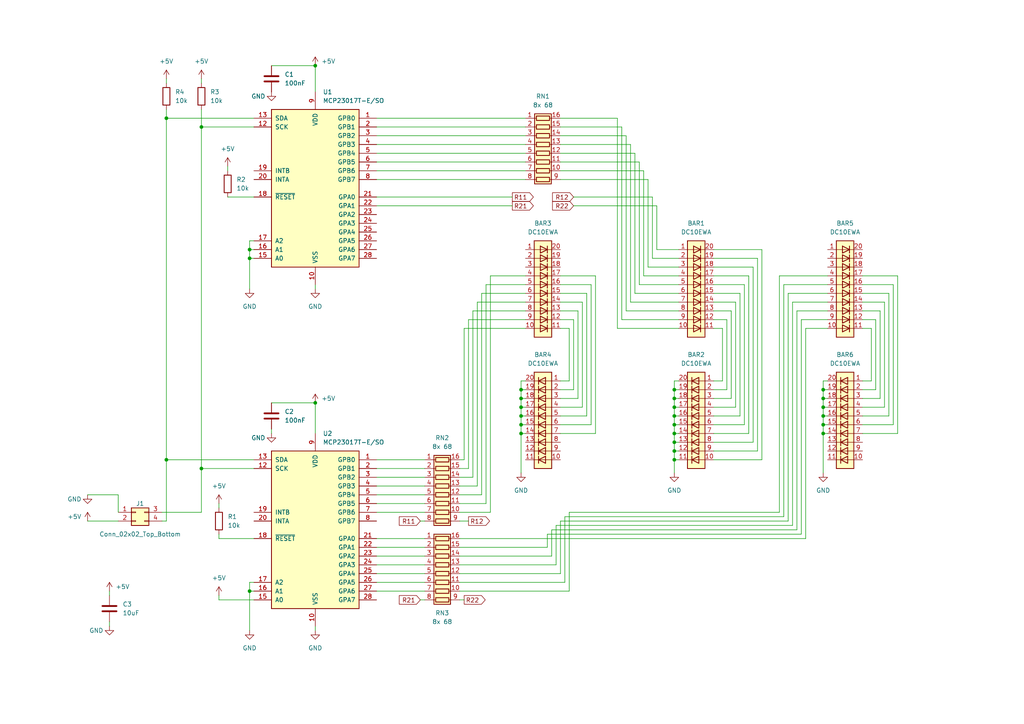
<source format=kicad_sch>
(kicad_sch (version 20230121) (generator eeschema)

  (uuid 63d1f3f2-4927-467c-bdcc-5ca5811aff5d)

  (paper "A4")

  (title_block
    (title "K.I.T.T. Voicebox")
    (date "2024-01-30")
    (rev "1.0")
    (company "Reto Huber")
  )

  (lib_symbols
    (symbol "Connector_Generic:Conn_02x02_Top_Bottom" (pin_names (offset 1.016) hide) (in_bom yes) (on_board yes)
      (property "Reference" "J" (at 1.27 2.54 0)
        (effects (font (size 1.27 1.27)))
      )
      (property "Value" "Conn_02x02_Top_Bottom" (at 1.27 -5.08 0)
        (effects (font (size 1.27 1.27)))
      )
      (property "Footprint" "" (at 0 0 0)
        (effects (font (size 1.27 1.27)) hide)
      )
      (property "Datasheet" "~" (at 0 0 0)
        (effects (font (size 1.27 1.27)) hide)
      )
      (property "ki_keywords" "connector" (at 0 0 0)
        (effects (font (size 1.27 1.27)) hide)
      )
      (property "ki_description" "Generic connector, double row, 02x02, top/bottom pin numbering scheme (row 1: 1...pins_per_row, row2: pins_per_row+1 ... num_pins), script generated (kicad-library-utils/schlib/autogen/connector/)" (at 0 0 0)
        (effects (font (size 1.27 1.27)) hide)
      )
      (property "ki_fp_filters" "Connector*:*_2x??_*" (at 0 0 0)
        (effects (font (size 1.27 1.27)) hide)
      )
      (symbol "Conn_02x02_Top_Bottom_1_1"
        (rectangle (start -1.27 -2.413) (end 0 -2.667)
          (stroke (width 0.1524) (type default))
          (fill (type none))
        )
        (rectangle (start -1.27 0.127) (end 0 -0.127)
          (stroke (width 0.1524) (type default))
          (fill (type none))
        )
        (rectangle (start -1.27 1.27) (end 3.81 -3.81)
          (stroke (width 0.254) (type default))
          (fill (type background))
        )
        (rectangle (start 3.81 -2.413) (end 2.54 -2.667)
          (stroke (width 0.1524) (type default))
          (fill (type none))
        )
        (rectangle (start 3.81 0.127) (end 2.54 -0.127)
          (stroke (width 0.1524) (type default))
          (fill (type none))
        )
        (pin passive line (at -5.08 0 0) (length 3.81)
          (name "Pin_1" (effects (font (size 1.27 1.27))))
          (number "1" (effects (font (size 1.27 1.27))))
        )
        (pin passive line (at -5.08 -2.54 0) (length 3.81)
          (name "Pin_2" (effects (font (size 1.27 1.27))))
          (number "2" (effects (font (size 1.27 1.27))))
        )
        (pin passive line (at 7.62 0 180) (length 3.81)
          (name "Pin_3" (effects (font (size 1.27 1.27))))
          (number "3" (effects (font (size 1.27 1.27))))
        )
        (pin passive line (at 7.62 -2.54 180) (length 3.81)
          (name "Pin_4" (effects (font (size 1.27 1.27))))
          (number "4" (effects (font (size 1.27 1.27))))
        )
      )
    )
    (symbol "Device:C" (pin_numbers hide) (pin_names (offset 0.254)) (in_bom yes) (on_board yes)
      (property "Reference" "C" (at 0.635 2.54 0)
        (effects (font (size 1.27 1.27)) (justify left))
      )
      (property "Value" "C" (at 0.635 -2.54 0)
        (effects (font (size 1.27 1.27)) (justify left))
      )
      (property "Footprint" "" (at 0.9652 -3.81 0)
        (effects (font (size 1.27 1.27)) hide)
      )
      (property "Datasheet" "~" (at 0 0 0)
        (effects (font (size 1.27 1.27)) hide)
      )
      (property "ki_keywords" "cap capacitor" (at 0 0 0)
        (effects (font (size 1.27 1.27)) hide)
      )
      (property "ki_description" "Unpolarized capacitor" (at 0 0 0)
        (effects (font (size 1.27 1.27)) hide)
      )
      (property "ki_fp_filters" "C_*" (at 0 0 0)
        (effects (font (size 1.27 1.27)) hide)
      )
      (symbol "C_0_1"
        (polyline
          (pts
            (xy -2.032 -0.762)
            (xy 2.032 -0.762)
          )
          (stroke (width 0.508) (type default))
          (fill (type none))
        )
        (polyline
          (pts
            (xy -2.032 0.762)
            (xy 2.032 0.762)
          )
          (stroke (width 0.508) (type default))
          (fill (type none))
        )
      )
      (symbol "C_1_1"
        (pin passive line (at 0 3.81 270) (length 2.794)
          (name "~" (effects (font (size 1.27 1.27))))
          (number "1" (effects (font (size 1.27 1.27))))
        )
        (pin passive line (at 0 -3.81 90) (length 2.794)
          (name "~" (effects (font (size 1.27 1.27))))
          (number "2" (effects (font (size 1.27 1.27))))
        )
      )
    )
    (symbol "Device:R" (pin_numbers hide) (pin_names (offset 0)) (in_bom yes) (on_board yes)
      (property "Reference" "R" (at 2.032 0 90)
        (effects (font (size 1.27 1.27)))
      )
      (property "Value" "R" (at 0 0 90)
        (effects (font (size 1.27 1.27)))
      )
      (property "Footprint" "" (at -1.778 0 90)
        (effects (font (size 1.27 1.27)) hide)
      )
      (property "Datasheet" "~" (at 0 0 0)
        (effects (font (size 1.27 1.27)) hide)
      )
      (property "ki_keywords" "R res resistor" (at 0 0 0)
        (effects (font (size 1.27 1.27)) hide)
      )
      (property "ki_description" "Resistor" (at 0 0 0)
        (effects (font (size 1.27 1.27)) hide)
      )
      (property "ki_fp_filters" "R_*" (at 0 0 0)
        (effects (font (size 1.27 1.27)) hide)
      )
      (symbol "R_0_1"
        (rectangle (start -1.016 -2.54) (end 1.016 2.54)
          (stroke (width 0.254) (type default))
          (fill (type none))
        )
      )
      (symbol "R_1_1"
        (pin passive line (at 0 3.81 270) (length 1.27)
          (name "~" (effects (font (size 1.27 1.27))))
          (number "1" (effects (font (size 1.27 1.27))))
        )
        (pin passive line (at 0 -3.81 90) (length 1.27)
          (name "~" (effects (font (size 1.27 1.27))))
          (number "2" (effects (font (size 1.27 1.27))))
        )
      )
    )
    (symbol "Device:R_Pack08" (pin_names (offset 0) hide) (in_bom yes) (on_board yes)
      (property "Reference" "RN" (at -12.7 0 90)
        (effects (font (size 1.27 1.27)))
      )
      (property "Value" "R_Pack08" (at 10.16 0 90)
        (effects (font (size 1.27 1.27)))
      )
      (property "Footprint" "" (at 12.065 0 90)
        (effects (font (size 1.27 1.27)) hide)
      )
      (property "Datasheet" "~" (at 0 0 0)
        (effects (font (size 1.27 1.27)) hide)
      )
      (property "ki_keywords" "R network parallel topology isolated" (at 0 0 0)
        (effects (font (size 1.27 1.27)) hide)
      )
      (property "ki_description" "8 resistor network, parallel topology" (at 0 0 0)
        (effects (font (size 1.27 1.27)) hide)
      )
      (property "ki_fp_filters" "DIP* SOIC* R*Array*Concave* R*Array*Convex*" (at 0 0 0)
        (effects (font (size 1.27 1.27)) hide)
      )
      (symbol "R_Pack08_0_1"
        (rectangle (start -11.43 -2.413) (end 8.89 2.413)
          (stroke (width 0.254) (type default))
          (fill (type background))
        )
        (rectangle (start -10.795 1.905) (end -9.525 -1.905)
          (stroke (width 0.254) (type default))
          (fill (type none))
        )
        (rectangle (start -8.255 1.905) (end -6.985 -1.905)
          (stroke (width 0.254) (type default))
          (fill (type none))
        )
        (rectangle (start -5.715 1.905) (end -4.445 -1.905)
          (stroke (width 0.254) (type default))
          (fill (type none))
        )
        (rectangle (start -3.175 1.905) (end -1.905 -1.905)
          (stroke (width 0.254) (type default))
          (fill (type none))
        )
        (rectangle (start -0.635 1.905) (end 0.635 -1.905)
          (stroke (width 0.254) (type default))
          (fill (type none))
        )
        (polyline
          (pts
            (xy -10.16 -2.54)
            (xy -10.16 -1.905)
          )
          (stroke (width 0) (type default))
          (fill (type none))
        )
        (polyline
          (pts
            (xy -10.16 1.905)
            (xy -10.16 2.54)
          )
          (stroke (width 0) (type default))
          (fill (type none))
        )
        (polyline
          (pts
            (xy -7.62 -2.54)
            (xy -7.62 -1.905)
          )
          (stroke (width 0) (type default))
          (fill (type none))
        )
        (polyline
          (pts
            (xy -7.62 1.905)
            (xy -7.62 2.54)
          )
          (stroke (width 0) (type default))
          (fill (type none))
        )
        (polyline
          (pts
            (xy -5.08 -2.54)
            (xy -5.08 -1.905)
          )
          (stroke (width 0) (type default))
          (fill (type none))
        )
        (polyline
          (pts
            (xy -5.08 1.905)
            (xy -5.08 2.54)
          )
          (stroke (width 0) (type default))
          (fill (type none))
        )
        (polyline
          (pts
            (xy -2.54 -2.54)
            (xy -2.54 -1.905)
          )
          (stroke (width 0) (type default))
          (fill (type none))
        )
        (polyline
          (pts
            (xy -2.54 1.905)
            (xy -2.54 2.54)
          )
          (stroke (width 0) (type default))
          (fill (type none))
        )
        (polyline
          (pts
            (xy 0 -2.54)
            (xy 0 -1.905)
          )
          (stroke (width 0) (type default))
          (fill (type none))
        )
        (polyline
          (pts
            (xy 0 1.905)
            (xy 0 2.54)
          )
          (stroke (width 0) (type default))
          (fill (type none))
        )
        (polyline
          (pts
            (xy 2.54 -2.54)
            (xy 2.54 -1.905)
          )
          (stroke (width 0) (type default))
          (fill (type none))
        )
        (polyline
          (pts
            (xy 2.54 1.905)
            (xy 2.54 2.54)
          )
          (stroke (width 0) (type default))
          (fill (type none))
        )
        (polyline
          (pts
            (xy 5.08 -2.54)
            (xy 5.08 -1.905)
          )
          (stroke (width 0) (type default))
          (fill (type none))
        )
        (polyline
          (pts
            (xy 5.08 1.905)
            (xy 5.08 2.54)
          )
          (stroke (width 0) (type default))
          (fill (type none))
        )
        (polyline
          (pts
            (xy 7.62 -2.54)
            (xy 7.62 -1.905)
          )
          (stroke (width 0) (type default))
          (fill (type none))
        )
        (polyline
          (pts
            (xy 7.62 1.905)
            (xy 7.62 2.54)
          )
          (stroke (width 0) (type default))
          (fill (type none))
        )
        (rectangle (start 1.905 1.905) (end 3.175 -1.905)
          (stroke (width 0.254) (type default))
          (fill (type none))
        )
        (rectangle (start 4.445 1.905) (end 5.715 -1.905)
          (stroke (width 0.254) (type default))
          (fill (type none))
        )
        (rectangle (start 6.985 1.905) (end 8.255 -1.905)
          (stroke (width 0.254) (type default))
          (fill (type none))
        )
      )
      (symbol "R_Pack08_1_1"
        (pin passive line (at -10.16 -5.08 90) (length 2.54)
          (name "R1.1" (effects (font (size 1.27 1.27))))
          (number "1" (effects (font (size 1.27 1.27))))
        )
        (pin passive line (at 5.08 5.08 270) (length 2.54)
          (name "R7.2" (effects (font (size 1.27 1.27))))
          (number "10" (effects (font (size 1.27 1.27))))
        )
        (pin passive line (at 2.54 5.08 270) (length 2.54)
          (name "R6.2" (effects (font (size 1.27 1.27))))
          (number "11" (effects (font (size 1.27 1.27))))
        )
        (pin passive line (at 0 5.08 270) (length 2.54)
          (name "R5.2" (effects (font (size 1.27 1.27))))
          (number "12" (effects (font (size 1.27 1.27))))
        )
        (pin passive line (at -2.54 5.08 270) (length 2.54)
          (name "R4.2" (effects (font (size 1.27 1.27))))
          (number "13" (effects (font (size 1.27 1.27))))
        )
        (pin passive line (at -5.08 5.08 270) (length 2.54)
          (name "R3.2" (effects (font (size 1.27 1.27))))
          (number "14" (effects (font (size 1.27 1.27))))
        )
        (pin passive line (at -7.62 5.08 270) (length 2.54)
          (name "R2.2" (effects (font (size 1.27 1.27))))
          (number "15" (effects (font (size 1.27 1.27))))
        )
        (pin passive line (at -10.16 5.08 270) (length 2.54)
          (name "R1.2" (effects (font (size 1.27 1.27))))
          (number "16" (effects (font (size 1.27 1.27))))
        )
        (pin passive line (at -7.62 -5.08 90) (length 2.54)
          (name "R2.1" (effects (font (size 1.27 1.27))))
          (number "2" (effects (font (size 1.27 1.27))))
        )
        (pin passive line (at -5.08 -5.08 90) (length 2.54)
          (name "R3.1" (effects (font (size 1.27 1.27))))
          (number "3" (effects (font (size 1.27 1.27))))
        )
        (pin passive line (at -2.54 -5.08 90) (length 2.54)
          (name "R4.1" (effects (font (size 1.27 1.27))))
          (number "4" (effects (font (size 1.27 1.27))))
        )
        (pin passive line (at 0 -5.08 90) (length 2.54)
          (name "R5.1" (effects (font (size 1.27 1.27))))
          (number "5" (effects (font (size 1.27 1.27))))
        )
        (pin passive line (at 2.54 -5.08 90) (length 2.54)
          (name "R6.1" (effects (font (size 1.27 1.27))))
          (number "6" (effects (font (size 1.27 1.27))))
        )
        (pin passive line (at 5.08 -5.08 90) (length 2.54)
          (name "R7.1" (effects (font (size 1.27 1.27))))
          (number "7" (effects (font (size 1.27 1.27))))
        )
        (pin passive line (at 7.62 -5.08 90) (length 2.54)
          (name "R8.1" (effects (font (size 1.27 1.27))))
          (number "8" (effects (font (size 1.27 1.27))))
        )
        (pin passive line (at 7.62 5.08 270) (length 2.54)
          (name "R8.2" (effects (font (size 1.27 1.27))))
          (number "9" (effects (font (size 1.27 1.27))))
        )
      )
    )
    (symbol "Interface_Expansion:MCP23017_SO" (pin_names (offset 1.016)) (in_bom yes) (on_board yes)
      (property "Reference" "U" (at -11.43 24.13 0)
        (effects (font (size 1.27 1.27)))
      )
      (property "Value" "MCP23017_SO" (at 0 0 0)
        (effects (font (size 1.27 1.27)))
      )
      (property "Footprint" "Package_SO:SOIC-28W_7.5x17.9mm_P1.27mm" (at 5.08 -25.4 0)
        (effects (font (size 1.27 1.27)) (justify left) hide)
      )
      (property "Datasheet" "http://ww1.microchip.com/downloads/en/DeviceDoc/20001952C.pdf" (at 5.08 -27.94 0)
        (effects (font (size 1.27 1.27)) (justify left) hide)
      )
      (property "ki_keywords" "I2C parallel port expander" (at 0 0 0)
        (effects (font (size 1.27 1.27)) hide)
      )
      (property "ki_description" "16-bit I/O expander, I2C, interrupts, w pull-ups, SOIC-28" (at 0 0 0)
        (effects (font (size 1.27 1.27)) hide)
      )
      (property "ki_fp_filters" "SOIC*7.5x17.9mm*P1.27mm*" (at 0 0 0)
        (effects (font (size 1.27 1.27)) hide)
      )
      (symbol "MCP23017_SO_0_1"
        (rectangle (start -12.7 22.86) (end 12.7 -22.86)
          (stroke (width 0.254) (type default))
          (fill (type background))
        )
      )
      (symbol "MCP23017_SO_1_1"
        (pin bidirectional line (at 17.78 20.32 180) (length 5.08)
          (name "GPB0" (effects (font (size 1.27 1.27))))
          (number "1" (effects (font (size 1.27 1.27))))
        )
        (pin power_in line (at 0 -27.94 90) (length 5.08)
          (name "VSS" (effects (font (size 1.27 1.27))))
          (number "10" (effects (font (size 1.27 1.27))))
        )
        (pin no_connect line (at -12.7 15.24 0) (length 5.08) hide
          (name "NC" (effects (font (size 1.27 1.27))))
          (number "11" (effects (font (size 1.27 1.27))))
        )
        (pin input line (at -17.78 17.78 0) (length 5.08)
          (name "SCK" (effects (font (size 1.27 1.27))))
          (number "12" (effects (font (size 1.27 1.27))))
        )
        (pin bidirectional line (at -17.78 20.32 0) (length 5.08)
          (name "SDA" (effects (font (size 1.27 1.27))))
          (number "13" (effects (font (size 1.27 1.27))))
        )
        (pin no_connect line (at -12.7 12.7 0) (length 5.08) hide
          (name "NC" (effects (font (size 1.27 1.27))))
          (number "14" (effects (font (size 1.27 1.27))))
        )
        (pin input line (at -17.78 -20.32 0) (length 5.08)
          (name "A0" (effects (font (size 1.27 1.27))))
          (number "15" (effects (font (size 1.27 1.27))))
        )
        (pin input line (at -17.78 -17.78 0) (length 5.08)
          (name "A1" (effects (font (size 1.27 1.27))))
          (number "16" (effects (font (size 1.27 1.27))))
        )
        (pin input line (at -17.78 -15.24 0) (length 5.08)
          (name "A2" (effects (font (size 1.27 1.27))))
          (number "17" (effects (font (size 1.27 1.27))))
        )
        (pin input line (at -17.78 -2.54 0) (length 5.08)
          (name "~{RESET}" (effects (font (size 1.27 1.27))))
          (number "18" (effects (font (size 1.27 1.27))))
        )
        (pin tri_state line (at -17.78 5.08 0) (length 5.08)
          (name "INTB" (effects (font (size 1.27 1.27))))
          (number "19" (effects (font (size 1.27 1.27))))
        )
        (pin bidirectional line (at 17.78 17.78 180) (length 5.08)
          (name "GPB1" (effects (font (size 1.27 1.27))))
          (number "2" (effects (font (size 1.27 1.27))))
        )
        (pin tri_state line (at -17.78 2.54 0) (length 5.08)
          (name "INTA" (effects (font (size 1.27 1.27))))
          (number "20" (effects (font (size 1.27 1.27))))
        )
        (pin bidirectional line (at 17.78 -2.54 180) (length 5.08)
          (name "GPA0" (effects (font (size 1.27 1.27))))
          (number "21" (effects (font (size 1.27 1.27))))
        )
        (pin bidirectional line (at 17.78 -5.08 180) (length 5.08)
          (name "GPA1" (effects (font (size 1.27 1.27))))
          (number "22" (effects (font (size 1.27 1.27))))
        )
        (pin bidirectional line (at 17.78 -7.62 180) (length 5.08)
          (name "GPA2" (effects (font (size 1.27 1.27))))
          (number "23" (effects (font (size 1.27 1.27))))
        )
        (pin bidirectional line (at 17.78 -10.16 180) (length 5.08)
          (name "GPA3" (effects (font (size 1.27 1.27))))
          (number "24" (effects (font (size 1.27 1.27))))
        )
        (pin bidirectional line (at 17.78 -12.7 180) (length 5.08)
          (name "GPA4" (effects (font (size 1.27 1.27))))
          (number "25" (effects (font (size 1.27 1.27))))
        )
        (pin bidirectional line (at 17.78 -15.24 180) (length 5.08)
          (name "GPA5" (effects (font (size 1.27 1.27))))
          (number "26" (effects (font (size 1.27 1.27))))
        )
        (pin bidirectional line (at 17.78 -17.78 180) (length 5.08)
          (name "GPA6" (effects (font (size 1.27 1.27))))
          (number "27" (effects (font (size 1.27 1.27))))
        )
        (pin bidirectional line (at 17.78 -20.32 180) (length 5.08)
          (name "GPA7" (effects (font (size 1.27 1.27))))
          (number "28" (effects (font (size 1.27 1.27))))
        )
        (pin bidirectional line (at 17.78 15.24 180) (length 5.08)
          (name "GPB2" (effects (font (size 1.27 1.27))))
          (number "3" (effects (font (size 1.27 1.27))))
        )
        (pin bidirectional line (at 17.78 12.7 180) (length 5.08)
          (name "GPB3" (effects (font (size 1.27 1.27))))
          (number "4" (effects (font (size 1.27 1.27))))
        )
        (pin bidirectional line (at 17.78 10.16 180) (length 5.08)
          (name "GPB4" (effects (font (size 1.27 1.27))))
          (number "5" (effects (font (size 1.27 1.27))))
        )
        (pin bidirectional line (at 17.78 7.62 180) (length 5.08)
          (name "GPB5" (effects (font (size 1.27 1.27))))
          (number "6" (effects (font (size 1.27 1.27))))
        )
        (pin bidirectional line (at 17.78 5.08 180) (length 5.08)
          (name "GPB6" (effects (font (size 1.27 1.27))))
          (number "7" (effects (font (size 1.27 1.27))))
        )
        (pin bidirectional line (at 17.78 2.54 180) (length 5.08)
          (name "GPB7" (effects (font (size 1.27 1.27))))
          (number "8" (effects (font (size 1.27 1.27))))
        )
        (pin power_in line (at 0 27.94 270) (length 5.08)
          (name "VDD" (effects (font (size 1.27 1.27))))
          (number "9" (effects (font (size 1.27 1.27))))
        )
      )
    )
    (symbol "LED:HDSP-4830_2" (pin_names (offset 1.016) hide) (in_bom yes) (on_board yes)
      (property "Reference" "BAR" (at 0 15.24 0)
        (effects (font (size 1.27 1.27)))
      )
      (property "Value" "HDSP-4830_2" (at 0 -17.78 0)
        (effects (font (size 1.27 1.27)))
      )
      (property "Footprint" "Display:HDSP-4830" (at 0 -20.32 0)
        (effects (font (size 1.27 1.27)) hide)
      )
      (property "Datasheet" "https://docs.broadcom.com/docs/AV02-1798EN" (at -50.8 5.08 0)
        (effects (font (size 1.27 1.27)) hide)
      )
      (property "ki_keywords" "display LED array" (at 0 0 0)
        (effects (font (size 1.27 1.27)) hide)
      )
      (property "ki_description" "BAR GRAPH 10 segment block, high efficiency red" (at 0 0 0)
        (effects (font (size 1.27 1.27)) hide)
      )
      (property "ki_fp_filters" "HDSP?48*" (at 0 0 0)
        (effects (font (size 1.27 1.27)) hide)
      )
      (symbol "HDSP-4830_2_0_1"
        (rectangle (start -2.54 12.7) (end 2.54 -15.24)
          (stroke (width 0.254) (type default))
          (fill (type background))
        )
        (polyline
          (pts
            (xy -2.54 -12.7)
            (xy 2.54 -12.7)
          )
          (stroke (width 0) (type default))
          (fill (type none))
        )
        (polyline
          (pts
            (xy -2.54 -10.16)
            (xy 2.54 -10.16)
          )
          (stroke (width 0) (type default))
          (fill (type none))
        )
        (polyline
          (pts
            (xy -2.54 -7.62)
            (xy 2.54 -7.62)
          )
          (stroke (width 0) (type default))
          (fill (type none))
        )
        (polyline
          (pts
            (xy -2.54 -5.08)
            (xy 2.54 -5.08)
          )
          (stroke (width 0) (type default))
          (fill (type none))
        )
        (polyline
          (pts
            (xy -2.54 0)
            (xy 2.54 0)
          )
          (stroke (width 0) (type default))
          (fill (type none))
        )
        (polyline
          (pts
            (xy -2.54 5.08)
            (xy 2.54 5.08)
          )
          (stroke (width 0) (type default))
          (fill (type none))
        )
        (polyline
          (pts
            (xy -2.54 7.62)
            (xy 2.54 7.62)
          )
          (stroke (width 0) (type default))
          (fill (type none))
        )
        (polyline
          (pts
            (xy -2.54 10.16)
            (xy 2.54 10.16)
          )
          (stroke (width 0) (type default))
          (fill (type none))
        )
        (polyline
          (pts
            (xy 1.27 -11.684)
            (xy 1.27 -13.716)
          )
          (stroke (width 0.254) (type default))
          (fill (type none))
        )
        (polyline
          (pts
            (xy 1.27 -9.144)
            (xy 1.27 -11.176)
          )
          (stroke (width 0.254) (type default))
          (fill (type none))
        )
        (polyline
          (pts
            (xy 1.27 -6.604)
            (xy 1.27 -8.636)
          )
          (stroke (width 0.254) (type default))
          (fill (type none))
        )
        (polyline
          (pts
            (xy 1.27 -4.064)
            (xy 1.27 -6.096)
          )
          (stroke (width 0.254) (type default))
          (fill (type none))
        )
        (polyline
          (pts
            (xy 1.27 -1.524)
            (xy 1.27 -3.556)
          )
          (stroke (width 0.254) (type default))
          (fill (type none))
        )
        (polyline
          (pts
            (xy 1.27 1.016)
            (xy 1.27 -1.016)
          )
          (stroke (width 0.254) (type default))
          (fill (type none))
        )
        (polyline
          (pts
            (xy 1.27 3.556)
            (xy 1.27 1.524)
          )
          (stroke (width 0.254) (type default))
          (fill (type none))
        )
        (polyline
          (pts
            (xy 1.27 6.096)
            (xy 1.27 4.064)
          )
          (stroke (width 0.254) (type default))
          (fill (type none))
        )
        (polyline
          (pts
            (xy 1.27 8.636)
            (xy 1.27 6.604)
          )
          (stroke (width 0.254) (type default))
          (fill (type none))
        )
        (polyline
          (pts
            (xy 1.27 11.176)
            (xy 1.27 9.144)
          )
          (stroke (width 0.254) (type default))
          (fill (type none))
        )
        (polyline
          (pts
            (xy 2.54 -2.54)
            (xy -2.54 -2.54)
          )
          (stroke (width 0) (type default))
          (fill (type none))
        )
        (polyline
          (pts
            (xy 2.54 2.54)
            (xy -2.54 2.54)
          )
          (stroke (width 0) (type default))
          (fill (type none))
        )
        (polyline
          (pts
            (xy -0.762 -11.684)
            (xy -0.762 -13.716)
            (xy 1.27 -12.7)
            (xy -0.762 -11.684)
          )
          (stroke (width 0.254) (type default))
          (fill (type none))
        )
        (polyline
          (pts
            (xy -0.762 -9.144)
            (xy -0.762 -11.176)
            (xy 1.27 -10.16)
            (xy -0.762 -9.144)
          )
          (stroke (width 0.254) (type default))
          (fill (type none))
        )
        (polyline
          (pts
            (xy -0.762 -6.604)
            (xy -0.762 -8.636)
            (xy 1.27 -7.62)
            (xy -0.762 -6.604)
          )
          (stroke (width 0.254) (type default))
          (fill (type none))
        )
        (polyline
          (pts
            (xy -0.762 -4.064)
            (xy -0.762 -6.096)
            (xy 1.27 -5.08)
            (xy -0.762 -4.064)
          )
          (stroke (width 0.254) (type default))
          (fill (type none))
        )
        (polyline
          (pts
            (xy -0.762 -1.524)
            (xy -0.762 -3.556)
            (xy 1.27 -2.54)
            (xy -0.762 -1.524)
          )
          (stroke (width 0.254) (type default))
          (fill (type none))
        )
        (polyline
          (pts
            (xy -0.762 1.016)
            (xy -0.762 -1.016)
            (xy 1.27 0)
            (xy -0.762 1.016)
          )
          (stroke (width 0.254) (type default))
          (fill (type none))
        )
        (polyline
          (pts
            (xy -0.762 3.556)
            (xy -0.762 1.524)
            (xy 1.27 2.54)
            (xy -0.762 3.556)
          )
          (stroke (width 0.254) (type default))
          (fill (type none))
        )
        (polyline
          (pts
            (xy -0.762 6.096)
            (xy -0.762 4.064)
            (xy 1.27 5.08)
            (xy -0.762 6.096)
          )
          (stroke (width 0.254) (type default))
          (fill (type none))
        )
        (polyline
          (pts
            (xy -0.762 8.636)
            (xy -0.762 6.604)
            (xy 1.27 7.62)
            (xy -0.762 8.636)
          )
          (stroke (width 0.254) (type default))
          (fill (type none))
        )
        (polyline
          (pts
            (xy -0.762 11.176)
            (xy -0.762 9.144)
            (xy 1.27 10.16)
            (xy -0.762 11.176)
          )
          (stroke (width 0.254) (type default))
          (fill (type none))
        )
      )
      (symbol "HDSP-4830_2_1_1"
        (pin passive line (at -5.08 10.16 0) (length 2.54)
          (name "A" (effects (font (size 1.27 1.27))))
          (number "1" (effects (font (size 1.27 1.27))))
        )
        (pin passive line (at -5.08 -12.7 0) (length 2.54)
          (name "A" (effects (font (size 1.27 1.27))))
          (number "10" (effects (font (size 1.27 1.27))))
        )
        (pin passive line (at 5.08 -12.7 180) (length 2.54)
          (name "K" (effects (font (size 1.27 1.27))))
          (number "11" (effects (font (size 1.27 1.27))))
        )
        (pin passive line (at 5.08 -10.16 180) (length 2.54)
          (name "K" (effects (font (size 1.27 1.27))))
          (number "12" (effects (font (size 1.27 1.27))))
        )
        (pin passive line (at 5.08 -7.62 180) (length 2.54)
          (name "K" (effects (font (size 1.27 1.27))))
          (number "13" (effects (font (size 1.27 1.27))))
        )
        (pin passive line (at 5.08 -5.08 180) (length 2.54)
          (name "K" (effects (font (size 1.27 1.27))))
          (number "14" (effects (font (size 1.27 1.27))))
        )
        (pin passive line (at 5.08 -2.54 180) (length 2.54)
          (name "K" (effects (font (size 1.27 1.27))))
          (number "15" (effects (font (size 1.27 1.27))))
        )
        (pin passive line (at 5.08 0 180) (length 2.54)
          (name "K" (effects (font (size 1.27 1.27))))
          (number "16" (effects (font (size 1.27 1.27))))
        )
        (pin passive line (at 5.08 2.54 180) (length 2.54)
          (name "K" (effects (font (size 1.27 1.27))))
          (number "17" (effects (font (size 1.27 1.27))))
        )
        (pin passive line (at 5.08 5.08 180) (length 2.54)
          (name "K" (effects (font (size 1.27 1.27))))
          (number "18" (effects (font (size 1.27 1.27))))
        )
        (pin passive line (at 5.08 7.62 180) (length 2.54)
          (name "K" (effects (font (size 1.27 1.27))))
          (number "19" (effects (font (size 1.27 1.27))))
        )
        (pin passive line (at -5.08 7.62 0) (length 2.54)
          (name "A" (effects (font (size 1.27 1.27))))
          (number "2" (effects (font (size 1.27 1.27))))
        )
        (pin passive line (at 5.08 10.16 180) (length 2.54)
          (name "K" (effects (font (size 1.27 1.27))))
          (number "20" (effects (font (size 1.27 1.27))))
        )
        (pin passive line (at -5.08 5.08 0) (length 2.54)
          (name "A" (effects (font (size 1.27 1.27))))
          (number "3" (effects (font (size 1.27 1.27))))
        )
        (pin passive line (at -5.08 2.54 0) (length 2.54)
          (name "A" (effects (font (size 1.27 1.27))))
          (number "4" (effects (font (size 1.27 1.27))))
        )
        (pin passive line (at -5.08 0 0) (length 2.54)
          (name "A" (effects (font (size 1.27 1.27))))
          (number "5" (effects (font (size 1.27 1.27))))
        )
        (pin passive line (at -5.08 -2.54 0) (length 2.54)
          (name "A" (effects (font (size 1.27 1.27))))
          (number "6" (effects (font (size 1.27 1.27))))
        )
        (pin passive line (at -5.08 -5.08 0) (length 2.54)
          (name "A" (effects (font (size 1.27 1.27))))
          (number "7" (effects (font (size 1.27 1.27))))
        )
        (pin passive line (at -5.08 -7.62 0) (length 2.54)
          (name "A" (effects (font (size 1.27 1.27))))
          (number "8" (effects (font (size 1.27 1.27))))
        )
        (pin passive line (at -5.08 -10.16 0) (length 2.54)
          (name "A" (effects (font (size 1.27 1.27))))
          (number "9" (effects (font (size 1.27 1.27))))
        )
      )
    )
    (symbol "power:+5V" (power) (pin_names (offset 0)) (in_bom yes) (on_board yes)
      (property "Reference" "#PWR" (at 0 -3.81 0)
        (effects (font (size 1.27 1.27)) hide)
      )
      (property "Value" "+5V" (at 0 3.556 0)
        (effects (font (size 1.27 1.27)))
      )
      (property "Footprint" "" (at 0 0 0)
        (effects (font (size 1.27 1.27)) hide)
      )
      (property "Datasheet" "" (at 0 0 0)
        (effects (font (size 1.27 1.27)) hide)
      )
      (property "ki_keywords" "global power" (at 0 0 0)
        (effects (font (size 1.27 1.27)) hide)
      )
      (property "ki_description" "Power symbol creates a global label with name \"+5V\"" (at 0 0 0)
        (effects (font (size 1.27 1.27)) hide)
      )
      (symbol "+5V_0_1"
        (polyline
          (pts
            (xy -0.762 1.27)
            (xy 0 2.54)
          )
          (stroke (width 0) (type default))
          (fill (type none))
        )
        (polyline
          (pts
            (xy 0 0)
            (xy 0 2.54)
          )
          (stroke (width 0) (type default))
          (fill (type none))
        )
        (polyline
          (pts
            (xy 0 2.54)
            (xy 0.762 1.27)
          )
          (stroke (width 0) (type default))
          (fill (type none))
        )
      )
      (symbol "+5V_1_1"
        (pin power_in line (at 0 0 90) (length 0) hide
          (name "+5V" (effects (font (size 1.27 1.27))))
          (number "1" (effects (font (size 1.27 1.27))))
        )
      )
    )
    (symbol "power:GND" (power) (pin_names (offset 0)) (in_bom yes) (on_board yes)
      (property "Reference" "#PWR" (at 0 -6.35 0)
        (effects (font (size 1.27 1.27)) hide)
      )
      (property "Value" "GND" (at 0 -3.81 0)
        (effects (font (size 1.27 1.27)))
      )
      (property "Footprint" "" (at 0 0 0)
        (effects (font (size 1.27 1.27)) hide)
      )
      (property "Datasheet" "" (at 0 0 0)
        (effects (font (size 1.27 1.27)) hide)
      )
      (property "ki_keywords" "global power" (at 0 0 0)
        (effects (font (size 1.27 1.27)) hide)
      )
      (property "ki_description" "Power symbol creates a global label with name \"GND\" , ground" (at 0 0 0)
        (effects (font (size 1.27 1.27)) hide)
      )
      (symbol "GND_0_1"
        (polyline
          (pts
            (xy 0 0)
            (xy 0 -1.27)
            (xy 1.27 -1.27)
            (xy 0 -2.54)
            (xy -1.27 -1.27)
            (xy 0 -1.27)
          )
          (stroke (width 0) (type default))
          (fill (type none))
        )
      )
      (symbol "GND_1_1"
        (pin power_in line (at 0 0 270) (length 0) hide
          (name "GND" (effects (font (size 1.27 1.27))))
          (number "1" (effects (font (size 1.27 1.27))))
        )
      )
    )
  )

  (junction (at 238.76 118.11) (diameter 0) (color 0 0 0 0)
    (uuid 10d6c635-4142-47d0-acde-83b6ec958c81)
  )
  (junction (at 151.13 125.73) (diameter 0) (color 0 0 0 0)
    (uuid 16a229ea-7653-4d39-a296-159dd14d166c)
  )
  (junction (at 58.42 135.89) (diameter 0) (color 0 0 0 0)
    (uuid 2570376d-1b6a-4de0-9626-cdd5aae528fa)
  )
  (junction (at 91.44 116.84) (diameter 0) (color 0 0 0 0)
    (uuid 32c3d9e6-8f9d-4f6d-9986-8da12d469126)
  )
  (junction (at 195.58 133.35) (diameter 0) (color 0 0 0 0)
    (uuid 363097a2-9082-426e-ada2-6a54b994fc25)
  )
  (junction (at 151.13 123.19) (diameter 0) (color 0 0 0 0)
    (uuid 418be356-d6fb-4b89-ae41-68a287969dd0)
  )
  (junction (at 151.13 113.03) (diameter 0) (color 0 0 0 0)
    (uuid 4946d45c-56d5-44f6-a7ac-2e25b57a5434)
  )
  (junction (at 48.26 34.29) (diameter 0) (color 0 0 0 0)
    (uuid 4956ac7a-1388-4d59-bd6e-29b7390e6826)
  )
  (junction (at 238.76 113.03) (diameter 0) (color 0 0 0 0)
    (uuid 49d05b77-526b-4a21-8abb-65d7ec5dc0d9)
  )
  (junction (at 151.13 118.11) (diameter 0) (color 0 0 0 0)
    (uuid 4a39f63e-e332-4d7b-bc2d-29302e3801e2)
  )
  (junction (at 195.58 113.03) (diameter 0) (color 0 0 0 0)
    (uuid 56e7417c-e57a-4327-aee2-c4df09c62bef)
  )
  (junction (at 195.58 120.65) (diameter 0) (color 0 0 0 0)
    (uuid 6eca9ddd-621d-4cff-bbc8-4a23a4bcd123)
  )
  (junction (at 72.39 72.39) (diameter 0) (color 0 0 0 0)
    (uuid 6f68e6c3-e7de-4310-a4f3-d4eb9733208e)
  )
  (junction (at 238.76 115.57) (diameter 0) (color 0 0 0 0)
    (uuid 714fa281-2b3d-4d22-897b-747b9e311cf6)
  )
  (junction (at 195.58 118.11) (diameter 0) (color 0 0 0 0)
    (uuid 801034c6-3603-452b-b074-aa13428e9e6f)
  )
  (junction (at 91.44 19.05) (diameter 0) (color 0 0 0 0)
    (uuid 8c1334dc-c0d3-4a1e-876b-7f7bd27300ed)
  )
  (junction (at 195.58 123.19) (diameter 0) (color 0 0 0 0)
    (uuid 90bd62cb-6475-4f02-80a2-8c1bfa9adf45)
  )
  (junction (at 195.58 115.57) (diameter 0) (color 0 0 0 0)
    (uuid 98078f8c-41a6-4ed9-9ec3-131a51ef86cf)
  )
  (junction (at 48.26 133.35) (diameter 0) (color 0 0 0 0)
    (uuid 9c886064-3707-4a93-ac76-6f777974ce86)
  )
  (junction (at 195.58 125.73) (diameter 0) (color 0 0 0 0)
    (uuid b16a9dab-f22f-4ca8-9292-a79d130a271e)
  )
  (junction (at 195.58 130.81) (diameter 0) (color 0 0 0 0)
    (uuid b5a52080-1132-4fa2-87b7-b731ecc52cbd)
  )
  (junction (at 195.58 128.27) (diameter 0) (color 0 0 0 0)
    (uuid b8dd0f78-344b-498c-85f9-b6b586ba045d)
  )
  (junction (at 72.39 171.45) (diameter 0) (color 0 0 0 0)
    (uuid c9eabe7f-9072-47e7-a9c3-0abd68fb5c44)
  )
  (junction (at 151.13 115.57) (diameter 0) (color 0 0 0 0)
    (uuid ca060399-461c-4029-a9e6-fe134bc8c16b)
  )
  (junction (at 72.39 74.93) (diameter 0) (color 0 0 0 0)
    (uuid cfc61356-6d11-44b9-9e11-e81ba99c0edd)
  )
  (junction (at 238.76 125.73) (diameter 0) (color 0 0 0 0)
    (uuid d63f148f-4976-4d3e-a6a1-8dba5289c358)
  )
  (junction (at 238.76 120.65) (diameter 0) (color 0 0 0 0)
    (uuid deeca5b6-d4f6-42f7-9667-7ecd2744213e)
  )
  (junction (at 238.76 123.19) (diameter 0) (color 0 0 0 0)
    (uuid eadf94ac-53a9-401b-8453-5ef1ed1c6110)
  )
  (junction (at 151.13 120.65) (diameter 0) (color 0 0 0 0)
    (uuid f45c1523-a5d9-4559-924a-9da14ecedc3e)
  )
  (junction (at 58.42 36.83) (diameter 0) (color 0 0 0 0)
    (uuid ff2b90be-7b08-4f91-b1b2-84334b9929ad)
  )

  (wire (pts (xy 72.39 171.45) (xy 73.66 171.45))
    (stroke (width 0) (type default))
    (uuid 00a2700a-f4e4-4eda-8fea-5b79b01482ba)
  )
  (wire (pts (xy 195.58 128.27) (xy 195.58 130.81))
    (stroke (width 0) (type default))
    (uuid 00e6d548-777c-4cb1-b00e-385df5badb79)
  )
  (wire (pts (xy 179.07 95.25) (xy 196.85 95.25))
    (stroke (width 0) (type default))
    (uuid 014bfa94-4774-4482-b0ef-9f0a70e444c6)
  )
  (wire (pts (xy 213.36 118.11) (xy 207.01 118.11))
    (stroke (width 0) (type default))
    (uuid 01cadc35-17c5-4784-b80a-1b332373b80c)
  )
  (wire (pts (xy 73.66 69.85) (xy 72.39 69.85))
    (stroke (width 0) (type default))
    (uuid 0223144f-b254-4519-8d23-e60a02187b48)
  )
  (wire (pts (xy 133.35 163.83) (xy 161.29 163.83))
    (stroke (width 0) (type default))
    (uuid 04d9cd5b-bf84-4f1f-8248-5a63cbd559d5)
  )
  (wire (pts (xy 172.72 80.01) (xy 172.72 125.73))
    (stroke (width 0) (type default))
    (uuid 05c2e662-0b90-4067-8fc1-a65d5595ff1a)
  )
  (wire (pts (xy 162.56 52.07) (xy 187.96 52.07))
    (stroke (width 0) (type default))
    (uuid 0660adb2-e316-4602-afc6-81d7690e65e3)
  )
  (wire (pts (xy 255.27 115.57) (xy 250.19 115.57))
    (stroke (width 0) (type default))
    (uuid 0683512f-2a35-448a-ad9b-de0cad69130d)
  )
  (wire (pts (xy 232.41 92.71) (xy 232.41 154.94))
    (stroke (width 0) (type default))
    (uuid 07128b1a-3541-4753-8617-de751ff9392b)
  )
  (wire (pts (xy 254 113.03) (xy 250.19 113.03))
    (stroke (width 0) (type default))
    (uuid 074bed94-a5c1-47c8-82d2-5f96c2106fe9)
  )
  (wire (pts (xy 227.33 82.55) (xy 227.33 149.86))
    (stroke (width 0) (type default))
    (uuid 07db03b1-b495-4d58-aeb7-673b0b021bf7)
  )
  (wire (pts (xy 219.71 130.81) (xy 207.01 130.81))
    (stroke (width 0) (type default))
    (uuid 0aa21492-202f-47f8-afb3-89dfd8395c99)
  )
  (wire (pts (xy 63.5 172.72) (xy 63.5 173.99))
    (stroke (width 0) (type default))
    (uuid 0f31d62b-d3b5-4552-9a4e-01442f631c91)
  )
  (wire (pts (xy 182.88 87.63) (xy 182.88 41.91))
    (stroke (width 0) (type default))
    (uuid 11822c65-7b2d-44f7-8683-a36d61ac32c9)
  )
  (wire (pts (xy 138.43 87.63) (xy 138.43 140.97))
    (stroke (width 0) (type default))
    (uuid 12d0d490-1c6e-451e-be1a-6f86f219ccc9)
  )
  (wire (pts (xy 229.87 152.4) (xy 161.29 152.4))
    (stroke (width 0) (type default))
    (uuid 14cf9397-3666-4323-810c-d9814f4345ee)
  )
  (wire (pts (xy 72.39 69.85) (xy 72.39 72.39))
    (stroke (width 0) (type default))
    (uuid 156d4897-4c0c-4b18-9a77-00ca29997900)
  )
  (wire (pts (xy 228.6 85.09) (xy 240.03 85.09))
    (stroke (width 0) (type default))
    (uuid 17d815c0-bf12-47b2-b550-acde5703cb38)
  )
  (wire (pts (xy 109.22 46.99) (xy 152.4 46.99))
    (stroke (width 0) (type default))
    (uuid 18234208-b90a-42f8-aa70-010797efbd5c)
  )
  (wire (pts (xy 180.34 92.71) (xy 180.34 36.83))
    (stroke (width 0) (type default))
    (uuid 199ea1e9-00d9-45ca-8453-a36e679a17c6)
  )
  (wire (pts (xy 133.35 148.59) (xy 142.24 148.59))
    (stroke (width 0) (type default))
    (uuid 199f37f4-dae0-493a-8519-e9a6001c1064)
  )
  (wire (pts (xy 213.36 87.63) (xy 213.36 118.11))
    (stroke (width 0) (type default))
    (uuid 1cc4b0b7-3cfc-4cd1-bd4c-b5c961fbfe7a)
  )
  (wire (pts (xy 162.56 44.45) (xy 184.15 44.45))
    (stroke (width 0) (type default))
    (uuid 1ccab603-8fff-425a-a4c0-bf639dbfe93d)
  )
  (wire (pts (xy 238.76 125.73) (xy 240.03 125.73))
    (stroke (width 0) (type default))
    (uuid 1da8a571-c5e6-4ee4-8719-0830e0365555)
  )
  (wire (pts (xy 34.29 143.51) (xy 34.29 148.59))
    (stroke (width 0) (type default))
    (uuid 1e7ab445-0d8f-4dc6-8f47-82d653caed29)
  )
  (wire (pts (xy 72.39 74.93) (xy 72.39 83.82))
    (stroke (width 0) (type default))
    (uuid 1e9f7afb-bb21-47f7-b856-5376f46418f8)
  )
  (wire (pts (xy 162.56 113.03) (xy 166.37 113.03))
    (stroke (width 0) (type default))
    (uuid 1ec3bc3f-4d5d-4185-ac8f-abdb4d74dc33)
  )
  (wire (pts (xy 231.14 153.67) (xy 231.14 90.17))
    (stroke (width 0) (type default))
    (uuid 1f0a5a6a-136e-48e9-a094-cbac369ee125)
  )
  (wire (pts (xy 167.64 90.17) (xy 167.64 115.57))
    (stroke (width 0) (type default))
    (uuid 201c548a-3cbb-4af2-b393-ed170bc0b1d2)
  )
  (wire (pts (xy 151.13 137.16) (xy 151.13 125.73))
    (stroke (width 0) (type default))
    (uuid 202d6c2a-3e56-4a07-9be5-48b1473301e6)
  )
  (wire (pts (xy 63.5 173.99) (xy 73.66 173.99))
    (stroke (width 0) (type default))
    (uuid 20595bc3-2f8d-42d9-adc6-5b330c0f8b42)
  )
  (wire (pts (xy 133.35 166.37) (xy 162.56 166.37))
    (stroke (width 0) (type default))
    (uuid 2191b17c-091a-48f5-8127-66b89ce8c82d)
  )
  (wire (pts (xy 220.98 133.35) (xy 207.01 133.35))
    (stroke (width 0) (type default))
    (uuid 2195556a-74e6-4d26-bed4-a6c92b7b2a90)
  )
  (wire (pts (xy 168.91 87.63) (xy 162.56 87.63))
    (stroke (width 0) (type default))
    (uuid 21dea83c-2d0c-4619-937e-3460493754c2)
  )
  (wire (pts (xy 215.9 123.19) (xy 207.01 123.19))
    (stroke (width 0) (type default))
    (uuid 21ebeefb-ed56-4b86-a387-b4d26339d432)
  )
  (wire (pts (xy 58.42 36.83) (xy 58.42 135.89))
    (stroke (width 0) (type default))
    (uuid 22017aee-fcd1-481e-bde3-5a3b02ba19b8)
  )
  (wire (pts (xy 238.76 118.11) (xy 238.76 115.57))
    (stroke (width 0) (type default))
    (uuid 224306ce-c26f-476a-a9d0-cc72371b588b)
  )
  (wire (pts (xy 195.58 123.19) (xy 195.58 125.73))
    (stroke (width 0) (type default))
    (uuid 22ac78be-019a-492b-b114-7a788812db63)
  )
  (wire (pts (xy 195.58 133.35) (xy 196.85 133.35))
    (stroke (width 0) (type default))
    (uuid 24e057f0-6643-4f31-8a45-3eaad7473c04)
  )
  (wire (pts (xy 121.92 151.13) (xy 123.19 151.13))
    (stroke (width 0) (type default))
    (uuid 25f9d013-d5f7-46f9-99f6-987a6ac3c197)
  )
  (wire (pts (xy 109.22 36.83) (xy 152.4 36.83))
    (stroke (width 0) (type default))
    (uuid 266f8113-d827-4279-bf3b-16e3143b54f5)
  )
  (wire (pts (xy 162.56 34.29) (xy 179.07 34.29))
    (stroke (width 0) (type default))
    (uuid 2734ec8e-369d-4708-be09-d13d444620ce)
  )
  (wire (pts (xy 158.75 158.75) (xy 133.35 158.75))
    (stroke (width 0) (type default))
    (uuid 27d5a1b1-456a-45ea-9352-2980ca448c67)
  )
  (wire (pts (xy 48.26 22.86) (xy 48.26 24.13))
    (stroke (width 0) (type default))
    (uuid 29745640-3ad4-408f-b0e4-76192d2761c8)
  )
  (wire (pts (xy 207.01 77.47) (xy 218.44 77.47))
    (stroke (width 0) (type default))
    (uuid 2ba8f6fd-53bb-4d9d-9cbc-e17a9b258079)
  )
  (wire (pts (xy 256.54 87.63) (xy 256.54 118.11))
    (stroke (width 0) (type default))
    (uuid 2bc69965-d42d-493e-98a8-b0b0f06c0faf)
  )
  (wire (pts (xy 195.58 110.49) (xy 195.58 113.03))
    (stroke (width 0) (type default))
    (uuid 2c048825-0e77-4f10-adf6-984be0f83786)
  )
  (wire (pts (xy 142.24 148.59) (xy 142.24 80.01))
    (stroke (width 0) (type default))
    (uuid 2c1e235c-6f03-44e7-8ef5-1c07eb041ea1)
  )
  (wire (pts (xy 170.18 120.65) (xy 162.56 120.65))
    (stroke (width 0) (type default))
    (uuid 304d1081-850d-4394-a8eb-54feaefc8753)
  )
  (wire (pts (xy 170.18 85.09) (xy 170.18 120.65))
    (stroke (width 0) (type default))
    (uuid 308bd69b-95c5-4576-bc2e-b4f433983b19)
  )
  (wire (pts (xy 109.22 135.89) (xy 123.19 135.89))
    (stroke (width 0) (type default))
    (uuid 3105d619-277b-4362-92ef-d392710133d3)
  )
  (wire (pts (xy 165.1 171.45) (xy 133.35 171.45))
    (stroke (width 0) (type default))
    (uuid 3208e83a-6fe8-42ef-9c4d-442614c20006)
  )
  (wire (pts (xy 240.03 92.71) (xy 232.41 92.71))
    (stroke (width 0) (type default))
    (uuid 332512a4-81e3-40fb-965c-411649b4f65d)
  )
  (wire (pts (xy 162.56 90.17) (xy 167.64 90.17))
    (stroke (width 0) (type default))
    (uuid 33838617-ac46-4b9b-9668-094069943832)
  )
  (wire (pts (xy 162.56 151.13) (xy 228.6 151.13))
    (stroke (width 0) (type default))
    (uuid 36bc1b98-01e3-4fde-87f5-b9f79871a014)
  )
  (wire (pts (xy 195.58 130.81) (xy 195.58 133.35))
    (stroke (width 0) (type default))
    (uuid 3a130619-f78c-4a88-883e-2955c2a2a199)
  )
  (wire (pts (xy 207.01 90.17) (xy 212.09 90.17))
    (stroke (width 0) (type default))
    (uuid 3a1f8a19-1318-4607-b8e2-410349b49536)
  )
  (wire (pts (xy 72.39 72.39) (xy 72.39 74.93))
    (stroke (width 0) (type default))
    (uuid 3b592182-a680-427a-870b-847ed864a593)
  )
  (wire (pts (xy 167.64 115.57) (xy 162.56 115.57))
    (stroke (width 0) (type default))
    (uuid 3bf71391-f897-4bb4-9fbc-521ca9ed57a7)
  )
  (wire (pts (xy 238.76 118.11) (xy 240.03 118.11))
    (stroke (width 0) (type default))
    (uuid 3c395a77-9b29-4cc6-a804-c9660d77eb13)
  )
  (wire (pts (xy 139.7 85.09) (xy 152.4 85.09))
    (stroke (width 0) (type default))
    (uuid 3d43900e-179f-4690-931f-a1e90398cc2c)
  )
  (wire (pts (xy 58.42 22.86) (xy 58.42 24.13))
    (stroke (width 0) (type default))
    (uuid 3dbdc139-7b78-4e42-9e86-1676d45caef5)
  )
  (wire (pts (xy 134.62 173.99) (xy 133.35 173.99))
    (stroke (width 0) (type default))
    (uuid 3f01ac5a-2d62-4742-b602-4137af62b3a1)
  )
  (wire (pts (xy 195.58 133.35) (xy 195.58 137.16))
    (stroke (width 0) (type default))
    (uuid 3fbe0d40-680b-4e22-b7ab-3bf0f2c66c7e)
  )
  (wire (pts (xy 73.66 36.83) (xy 58.42 36.83))
    (stroke (width 0) (type default))
    (uuid 41502ff7-5fa8-40d7-9b02-fc91c6046d7f)
  )
  (wire (pts (xy 217.17 80.01) (xy 217.17 125.73))
    (stroke (width 0) (type default))
    (uuid 41ec4d18-72df-4283-8697-851a97943815)
  )
  (wire (pts (xy 207.01 92.71) (xy 210.82 92.71))
    (stroke (width 0) (type default))
    (uuid 4466192c-2d0a-4d61-b50d-e1a8b74e0349)
  )
  (wire (pts (xy 260.35 125.73) (xy 260.35 80.01))
    (stroke (width 0) (type default))
    (uuid 446b2fff-a2f8-4aca-8620-2e1f382b82e4)
  )
  (wire (pts (xy 48.26 151.13) (xy 46.99 151.13))
    (stroke (width 0) (type default))
    (uuid 46e79278-cda1-4bc3-9301-a575a0ce2ae8)
  )
  (wire (pts (xy 195.58 123.19) (xy 196.85 123.19))
    (stroke (width 0) (type default))
    (uuid 4750da0b-553d-45d1-b3d3-e99fea2e6702)
  )
  (wire (pts (xy 240.03 80.01) (xy 226.06 80.01))
    (stroke (width 0) (type default))
    (uuid 4755d783-f017-481b-8796-f8cc32291e5c)
  )
  (wire (pts (xy 139.7 143.51) (xy 139.7 85.09))
    (stroke (width 0) (type default))
    (uuid 47ba5da8-16c1-4003-9383-43daad1cdac2)
  )
  (wire (pts (xy 151.13 123.19) (xy 151.13 120.65))
    (stroke (width 0) (type default))
    (uuid 4808477f-80ae-48d6-bc1c-ad94918a5155)
  )
  (wire (pts (xy 228.6 151.13) (xy 228.6 85.09))
    (stroke (width 0) (type default))
    (uuid 490e1ce4-7b3d-4f09-a185-13b0e9d81f58)
  )
  (wire (pts (xy 25.4 143.51) (xy 34.29 143.51))
    (stroke (width 0) (type default))
    (uuid 492f3305-8d45-4c9b-a343-23565aac9688)
  )
  (wire (pts (xy 162.56 85.09) (xy 170.18 85.09))
    (stroke (width 0) (type default))
    (uuid 495e6cea-828d-4f90-9047-c1a9b8b4f449)
  )
  (wire (pts (xy 250.19 92.71) (xy 254 92.71))
    (stroke (width 0) (type default))
    (uuid 4bf4cc07-1ea8-44a4-ace2-0948acb722ed)
  )
  (wire (pts (xy 165.1 148.59) (xy 165.1 171.45))
    (stroke (width 0) (type default))
    (uuid 4d081dd1-80e4-4738-8b1d-78d04f6687b4)
  )
  (wire (pts (xy 73.66 34.29) (xy 48.26 34.29))
    (stroke (width 0) (type default))
    (uuid 4d0a7796-8c6c-4f38-b6d9-14c4f3f38a8f)
  )
  (wire (pts (xy 227.33 149.86) (xy 163.83 149.86))
    (stroke (width 0) (type default))
    (uuid 5029456e-c877-419a-bb8d-478cc4acace2)
  )
  (wire (pts (xy 238.76 137.16) (xy 238.76 125.73))
    (stroke (width 0) (type default))
    (uuid 50bb6303-a33c-4cf5-a783-65df5d53699d)
  )
  (wire (pts (xy 196.85 72.39) (xy 190.5 72.39))
    (stroke (width 0) (type default))
    (uuid 520a96ef-2011-43f1-8a12-46d8b72d32e8)
  )
  (wire (pts (xy 259.08 82.55) (xy 250.19 82.55))
    (stroke (width 0) (type default))
    (uuid 52b80f34-0b13-42c0-aef1-2b8e65724222)
  )
  (wire (pts (xy 195.58 113.03) (xy 195.58 115.57))
    (stroke (width 0) (type default))
    (uuid 5353162a-9ba3-4886-a807-70d6435caee4)
  )
  (wire (pts (xy 254 92.71) (xy 254 113.03))
    (stroke (width 0) (type default))
    (uuid 535cf9b5-c994-4592-9921-7d0f742236a6)
  )
  (wire (pts (xy 109.22 143.51) (xy 123.19 143.51))
    (stroke (width 0) (type default))
    (uuid 5378c517-607a-477a-bc4d-c8a6486f82fa)
  )
  (wire (pts (xy 196.85 87.63) (xy 182.88 87.63))
    (stroke (width 0) (type default))
    (uuid 541891dc-c267-4275-a1d2-621e1f761a46)
  )
  (wire (pts (xy 238.76 123.19) (xy 238.76 120.65))
    (stroke (width 0) (type default))
    (uuid 544ded07-069b-467b-8fbd-da5f99c60e14)
  )
  (wire (pts (xy 109.22 158.75) (xy 123.19 158.75))
    (stroke (width 0) (type default))
    (uuid 55a965f4-60a4-4b26-9fb5-03af701ccc02)
  )
  (wire (pts (xy 196.85 82.55) (xy 185.42 82.55))
    (stroke (width 0) (type default))
    (uuid 563fd02c-bea9-44ff-a889-fc4b57a31f7f)
  )
  (wire (pts (xy 109.22 59.69) (xy 148.59 59.69))
    (stroke (width 0) (type default))
    (uuid 57177302-3bd6-4dcd-b2a8-e2cc40135128)
  )
  (wire (pts (xy 133.35 161.29) (xy 160.02 161.29))
    (stroke (width 0) (type default))
    (uuid 585ca71a-31f7-4056-886b-9bc8b7147e7f)
  )
  (wire (pts (xy 207.01 72.39) (xy 220.98 72.39))
    (stroke (width 0) (type default))
    (uuid 586f99fd-e96d-4880-b98a-3dd71724a274)
  )
  (wire (pts (xy 151.13 115.57) (xy 152.4 115.57))
    (stroke (width 0) (type default))
    (uuid 59fa517f-733d-47fd-a5a0-c87cff698683)
  )
  (wire (pts (xy 181.61 90.17) (xy 196.85 90.17))
    (stroke (width 0) (type default))
    (uuid 5a28c08c-5506-4b3e-9616-8dd3111c8d1d)
  )
  (wire (pts (xy 238.76 110.49) (xy 240.03 110.49))
    (stroke (width 0) (type default))
    (uuid 5ad8c468-2210-4e23-a8b7-0f198b86541e)
  )
  (wire (pts (xy 212.09 90.17) (xy 212.09 115.57))
    (stroke (width 0) (type default))
    (uuid 5d015641-c6a0-4947-b369-86df47bc50d8)
  )
  (wire (pts (xy 109.22 49.53) (xy 152.4 49.53))
    (stroke (width 0) (type default))
    (uuid 5e8824d8-7f22-41f3-b7d6-efb9eea8cf85)
  )
  (wire (pts (xy 109.22 138.43) (xy 123.19 138.43))
    (stroke (width 0) (type default))
    (uuid 5f6b4a0d-4aad-4711-9e29-7aa292114564)
  )
  (wire (pts (xy 238.76 125.73) (xy 238.76 123.19))
    (stroke (width 0) (type default))
    (uuid 62212a47-333d-4fe0-8cac-2eec3b0defec)
  )
  (wire (pts (xy 250.19 110.49) (xy 252.73 110.49))
    (stroke (width 0) (type default))
    (uuid 63ebc481-c802-4a74-8341-23f4aa6904df)
  )
  (wire (pts (xy 151.13 123.19) (xy 152.4 123.19))
    (stroke (width 0) (type default))
    (uuid 657246f9-1dc9-43c4-807f-b39b8f9b363b)
  )
  (wire (pts (xy 186.69 49.53) (xy 186.69 80.01))
    (stroke (width 0) (type default))
    (uuid 667371f5-7230-483e-9fce-44a23b6b2f6a)
  )
  (wire (pts (xy 166.37 57.15) (xy 189.23 57.15))
    (stroke (width 0) (type default))
    (uuid 672a6446-d30c-469c-92b1-2207cc06df99)
  )
  (wire (pts (xy 209.55 95.25) (xy 209.55 110.49))
    (stroke (width 0) (type default))
    (uuid 689f795f-9b59-47be-83e6-289c8a0bb21e)
  )
  (wire (pts (xy 171.45 82.55) (xy 162.56 82.55))
    (stroke (width 0) (type default))
    (uuid 691d6e42-d8d4-4e70-8c49-22079b9088c7)
  )
  (wire (pts (xy 109.22 146.05) (xy 123.19 146.05))
    (stroke (width 0) (type default))
    (uuid 6a8a52f8-4c26-4d4b-98c6-fcaa7bb4b247)
  )
  (wire (pts (xy 207.01 95.25) (xy 209.55 95.25))
    (stroke (width 0) (type default))
    (uuid 6a9b3222-6fd5-4eba-90f4-9c872347c1b8)
  )
  (wire (pts (xy 195.58 128.27) (xy 196.85 128.27))
    (stroke (width 0) (type default))
    (uuid 6c85c1a9-33da-4967-84dd-ddaa0991e1af)
  )
  (wire (pts (xy 256.54 118.11) (xy 250.19 118.11))
    (stroke (width 0) (type default))
    (uuid 6cba08da-d9ba-4224-a24f-37211801cccf)
  )
  (wire (pts (xy 162.56 46.99) (xy 185.42 46.99))
    (stroke (width 0) (type default))
    (uuid 6e47dff7-2477-4aba-9881-bc2550a42257)
  )
  (wire (pts (xy 238.76 120.65) (xy 238.76 118.11))
    (stroke (width 0) (type default))
    (uuid 6f25b5fa-5e9e-46f5-9e8d-42323173038b)
  )
  (wire (pts (xy 166.37 92.71) (xy 162.56 92.71))
    (stroke (width 0) (type default))
    (uuid 7056c185-c6af-4b96-bc32-ea9cbe700a5f)
  )
  (wire (pts (xy 48.26 133.35) (xy 48.26 34.29))
    (stroke (width 0) (type default))
    (uuid 726459cb-3e82-4fb1-809b-6e823d3af86e)
  )
  (wire (pts (xy 160.02 153.67) (xy 231.14 153.67))
    (stroke (width 0) (type default))
    (uuid 73b7d4ae-2753-4332-b283-bca4542bd33e)
  )
  (wire (pts (xy 250.19 90.17) (xy 255.27 90.17))
    (stroke (width 0) (type default))
    (uuid 74202b46-9f17-4712-a5e4-223b1c507b52)
  )
  (wire (pts (xy 219.71 74.93) (xy 219.71 130.81))
    (stroke (width 0) (type default))
    (uuid 74c27e6a-16f9-45cb-86da-f84fa71c5e58)
  )
  (wire (pts (xy 91.44 82.55) (xy 91.44 83.82))
    (stroke (width 0) (type default))
    (uuid 7540c83e-8a10-4156-b5b7-cfc9a839bcf9)
  )
  (wire (pts (xy 31.75 171.45) (xy 31.75 172.72))
    (stroke (width 0) (type default))
    (uuid 76b85c33-2b22-4f04-a4ea-3f973390beb6)
  )
  (wire (pts (xy 109.22 140.97) (xy 123.19 140.97))
    (stroke (width 0) (type default))
    (uuid 77b97fcd-71dc-46e0-81e4-1b230677a731)
  )
  (wire (pts (xy 109.22 41.91) (xy 152.4 41.91))
    (stroke (width 0) (type default))
    (uuid 78e6a282-98f1-4327-8b8d-17db78cb7054)
  )
  (wire (pts (xy 214.63 120.65) (xy 207.01 120.65))
    (stroke (width 0) (type default))
    (uuid 7927d013-4675-44c5-b00c-357a08f6cf74)
  )
  (wire (pts (xy 109.22 171.45) (xy 123.19 171.45))
    (stroke (width 0) (type default))
    (uuid 7af46e12-f07d-4ba7-9656-5722bae52558)
  )
  (wire (pts (xy 210.82 92.71) (xy 210.82 113.03))
    (stroke (width 0) (type default))
    (uuid 7b1433ec-c912-4c8c-bbba-88d56184082a)
  )
  (wire (pts (xy 78.74 116.84) (xy 91.44 116.84))
    (stroke (width 0) (type default))
    (uuid 7b4ae3d1-619e-4ba7-b3b4-fcf28505e9df)
  )
  (wire (pts (xy 207.01 82.55) (xy 215.9 82.55))
    (stroke (width 0) (type default))
    (uuid 7cc49d62-3523-4349-b497-8cf153068145)
  )
  (wire (pts (xy 72.39 74.93) (xy 73.66 74.93))
    (stroke (width 0) (type default))
    (uuid 7cccf639-c9e7-457b-a753-bd0f690f6d3e)
  )
  (wire (pts (xy 162.56 36.83) (xy 180.34 36.83))
    (stroke (width 0) (type default))
    (uuid 7ceee508-0ab7-43e9-b8c1-6bf4cc738cca)
  )
  (wire (pts (xy 195.58 125.73) (xy 196.85 125.73))
    (stroke (width 0) (type default))
    (uuid 7e41940a-0a3e-4077-99dc-45accd6dc725)
  )
  (wire (pts (xy 196.85 77.47) (xy 187.96 77.47))
    (stroke (width 0) (type default))
    (uuid 7f1f5502-ce55-48b0-9ea1-916d9abdb694)
  )
  (wire (pts (xy 109.22 163.83) (xy 123.19 163.83))
    (stroke (width 0) (type default))
    (uuid 7f3d1757-4b80-401f-9adf-3ca87207bcc4)
  )
  (wire (pts (xy 240.03 82.55) (xy 227.33 82.55))
    (stroke (width 0) (type default))
    (uuid 8062f96d-aba4-4022-a128-8b019bbcb9a1)
  )
  (wire (pts (xy 238.76 115.57) (xy 238.76 113.03))
    (stroke (width 0) (type default))
    (uuid 812095d0-59f8-4155-ba4b-9eabee3ddae1)
  )
  (wire (pts (xy 195.58 115.57) (xy 195.58 118.11))
    (stroke (width 0) (type default))
    (uuid 814c1f56-bdaa-4e50-af2e-ac05be9c4a37)
  )
  (wire (pts (xy 140.97 146.05) (xy 133.35 146.05))
    (stroke (width 0) (type default))
    (uuid 8323490c-c018-4cf3-886b-01a9bfbed277)
  )
  (wire (pts (xy 240.03 87.63) (xy 229.87 87.63))
    (stroke (width 0) (type default))
    (uuid 88a5286c-50fb-4b8a-ac5b-2b3bf177e28c)
  )
  (wire (pts (xy 31.75 180.34) (xy 31.75 181.61))
    (stroke (width 0) (type default))
    (uuid 8a9e4944-397b-473e-9ae2-ea9c0f8af27b)
  )
  (wire (pts (xy 252.73 95.25) (xy 252.73 110.49))
    (stroke (width 0) (type default))
    (uuid 8ba72d75-a06e-4e17-b623-770e0dc70a74)
  )
  (wire (pts (xy 151.13 125.73) (xy 151.13 123.19))
    (stroke (width 0) (type default))
    (uuid 8c29dcd6-ed87-447f-99a4-567f101ff76c)
  )
  (wire (pts (xy 63.5 154.94) (xy 63.5 156.21))
    (stroke (width 0) (type default))
    (uuid 8c96939b-08a4-469f-8766-89eb13d2a6f0)
  )
  (wire (pts (xy 134.62 133.35) (xy 134.62 95.25))
    (stroke (width 0) (type default))
    (uuid 8e07bf9f-879a-472b-b977-d95864b0711d)
  )
  (wire (pts (xy 91.44 116.84) (xy 91.44 125.73))
    (stroke (width 0) (type default))
    (uuid 90583117-a14e-42ae-a35e-aee3a1915944)
  )
  (wire (pts (xy 138.43 140.97) (xy 133.35 140.97))
    (stroke (width 0) (type default))
    (uuid 90a8fe71-ccdb-4c77-bbc7-a177fca33ff9)
  )
  (wire (pts (xy 196.85 110.49) (xy 195.58 110.49))
    (stroke (width 0) (type default))
    (uuid 91ee729b-a47f-42b7-8ab5-e8cc689838d7)
  )
  (wire (pts (xy 218.44 77.47) (xy 218.44 128.27))
    (stroke (width 0) (type default))
    (uuid 92eed292-6840-4411-a0af-df654b53b5c1)
  )
  (wire (pts (xy 46.99 148.59) (xy 58.42 148.59))
    (stroke (width 0) (type default))
    (uuid 9340182d-9da7-481f-b637-b1250d8d54fe)
  )
  (wire (pts (xy 233.68 95.25) (xy 240.03 95.25))
    (stroke (width 0) (type default))
    (uuid 93d55556-7197-4bdb-9f71-6cb6728c876f)
  )
  (wire (pts (xy 58.42 36.83) (xy 58.42 31.75))
    (stroke (width 0) (type default))
    (uuid 94c3498c-1733-4a4f-b4b6-5b1036b18b93)
  )
  (wire (pts (xy 134.62 95.25) (xy 152.4 95.25))
    (stroke (width 0) (type default))
    (uuid 96a80054-ec85-4bdf-baa0-8848f5b67547)
  )
  (wire (pts (xy 151.13 113.03) (xy 152.4 113.03))
    (stroke (width 0) (type default))
    (uuid 97b8a4bc-ddc9-41a1-b126-29ebe162b4f9)
  )
  (wire (pts (xy 238.76 113.03) (xy 240.03 113.03))
    (stroke (width 0) (type default))
    (uuid 981be2e8-73da-483d-a024-ee74c190185b)
  )
  (wire (pts (xy 186.69 80.01) (xy 196.85 80.01))
    (stroke (width 0) (type default))
    (uuid 98dd9fd7-1b4f-47b5-a392-674b583a95f0)
  )
  (wire (pts (xy 255.27 90.17) (xy 255.27 115.57))
    (stroke (width 0) (type default))
    (uuid 98f51cfc-82c0-4d1e-ae66-ed461cc4a5e1)
  )
  (wire (pts (xy 72.39 168.91) (xy 72.39 171.45))
    (stroke (width 0) (type default))
    (uuid 990a617e-0b0a-4113-ba1c-93dd03c3ae1c)
  )
  (wire (pts (xy 137.16 138.43) (xy 137.16 90.17))
    (stroke (width 0) (type default))
    (uuid 9a964671-22bb-4c89-a239-1bad060fd211)
  )
  (wire (pts (xy 207.01 85.09) (xy 214.63 85.09))
    (stroke (width 0) (type default))
    (uuid 9b094bb1-2222-43ff-823d-eaf15a115322)
  )
  (wire (pts (xy 152.4 87.63) (xy 138.43 87.63))
    (stroke (width 0) (type default))
    (uuid 9b97a89e-b3e9-4541-8f1c-2629158950d8)
  )
  (wire (pts (xy 162.56 80.01) (xy 172.72 80.01))
    (stroke (width 0) (type default))
    (uuid 9e889c89-9d27-4f61-8027-19a2eeb511c5)
  )
  (wire (pts (xy 226.06 148.59) (xy 165.1 148.59))
    (stroke (width 0) (type default))
    (uuid 9ea227d2-88f2-4226-88ae-57c68595fbcb)
  )
  (wire (pts (xy 152.4 92.71) (xy 135.89 92.71))
    (stroke (width 0) (type default))
    (uuid a080d414-5d8e-4909-8a0d-6ee6cce61e48)
  )
  (wire (pts (xy 226.06 80.01) (xy 226.06 148.59))
    (stroke (width 0) (type default))
    (uuid a0b3182f-5c42-498e-8d58-4182a53cdb4e)
  )
  (wire (pts (xy 250.19 95.25) (xy 252.73 95.25))
    (stroke (width 0) (type default))
    (uuid a38b120a-fb45-4408-9f50-252f57ce696a)
  )
  (wire (pts (xy 179.07 34.29) (xy 179.07 95.25))
    (stroke (width 0) (type default))
    (uuid a3b1fe25-77f4-408a-a7f7-f0b5fe4caba4)
  )
  (wire (pts (xy 134.62 133.35) (xy 133.35 133.35))
    (stroke (width 0) (type default))
    (uuid a3fc0180-166a-4587-9225-5e8a711bdfac)
  )
  (wire (pts (xy 78.74 19.05) (xy 91.44 19.05))
    (stroke (width 0) (type default))
    (uuid a410c1d6-ee7a-417b-a719-035eb1455094)
  )
  (wire (pts (xy 195.58 118.11) (xy 196.85 118.11))
    (stroke (width 0) (type default))
    (uuid a475a2de-75d5-461e-997d-fb835ca2a5ed)
  )
  (wire (pts (xy 238.76 115.57) (xy 240.03 115.57))
    (stroke (width 0) (type default))
    (uuid a5e50a01-0440-4cff-8ae0-4eaf463fcd6b)
  )
  (wire (pts (xy 196.85 92.71) (xy 180.34 92.71))
    (stroke (width 0) (type default))
    (uuid a60fd4c9-9e77-4246-845c-2a5c23fd79ea)
  )
  (wire (pts (xy 165.1 110.49) (xy 162.56 110.49))
    (stroke (width 0) (type default))
    (uuid a711d055-67e3-464b-8985-edb7be117dc7)
  )
  (wire (pts (xy 190.5 59.69) (xy 190.5 72.39))
    (stroke (width 0) (type default))
    (uuid a927b3fd-5482-4e73-ac73-c69da4064f13)
  )
  (wire (pts (xy 133.35 151.13) (xy 135.89 151.13))
    (stroke (width 0) (type default))
    (uuid a952e289-a4b8-4716-8ae1-33631e748a72)
  )
  (wire (pts (xy 135.89 92.71) (xy 135.89 135.89))
    (stroke (width 0) (type default))
    (uuid a9db171c-b926-4d40-9e6c-25ea7c8f0c01)
  )
  (wire (pts (xy 161.29 152.4) (xy 161.29 163.83))
    (stroke (width 0) (type default))
    (uuid ac7a9fb5-fe6c-4091-abf6-8f27e21d09ea)
  )
  (wire (pts (xy 151.13 115.57) (xy 151.13 113.03))
    (stroke (width 0) (type default))
    (uuid ad13e7b5-845c-4f26-baa2-d44f929d41a8)
  )
  (wire (pts (xy 109.22 133.35) (xy 123.19 133.35))
    (stroke (width 0) (type default))
    (uuid ad1a3a13-9e78-4fd3-ba15-af5c2db37d38)
  )
  (wire (pts (xy 260.35 80.01) (xy 250.19 80.01))
    (stroke (width 0) (type default))
    (uuid ad2440e6-5ee9-4966-8dfa-8c3b9dafbcc0)
  )
  (wire (pts (xy 58.42 148.59) (xy 58.42 135.89))
    (stroke (width 0) (type default))
    (uuid afb6f5e9-159b-4ad2-9d9e-86c6383cde3d)
  )
  (wire (pts (xy 78.74 124.46) (xy 78.74 125.73))
    (stroke (width 0) (type default))
    (uuid b0791ca6-bf7f-4bcc-b45b-3d7881b34d6e)
  )
  (wire (pts (xy 233.68 156.21) (xy 233.68 95.25))
    (stroke (width 0) (type default))
    (uuid b0a32859-c502-41ef-b83c-2238cddbd3d0)
  )
  (wire (pts (xy 163.83 168.91) (xy 133.35 168.91))
    (stroke (width 0) (type default))
    (uuid b2d1870f-5677-4973-bce9-d455dd52410b)
  )
  (wire (pts (xy 218.44 128.27) (xy 207.01 128.27))
    (stroke (width 0) (type default))
    (uuid b5b64c85-ff2f-49f4-9edb-9828714bc17b)
  )
  (wire (pts (xy 73.66 168.91) (xy 72.39 168.91))
    (stroke (width 0) (type default))
    (uuid b6843cb6-7d71-4ab5-8d4c-6ae5af8ed6d6)
  )
  (wire (pts (xy 109.22 148.59) (xy 123.19 148.59))
    (stroke (width 0) (type default))
    (uuid b858eb2f-adad-4737-b264-678599301519)
  )
  (wire (pts (xy 195.58 120.65) (xy 196.85 120.65))
    (stroke (width 0) (type default))
    (uuid b89cb8dd-f602-4f18-8726-5df04eb126b1)
  )
  (wire (pts (xy 58.42 135.89) (xy 73.66 135.89))
    (stroke (width 0) (type default))
    (uuid b8a34a68-df64-435d-ac7a-2a7cf52efd15)
  )
  (wire (pts (xy 207.01 74.93) (xy 219.71 74.93))
    (stroke (width 0) (type default))
    (uuid b97bdffe-94cb-49a6-82bd-684dc0aee180)
  )
  (wire (pts (xy 162.56 118.11) (xy 168.91 118.11))
    (stroke (width 0) (type default))
    (uuid bae71328-ce66-4ec3-b9b4-5e1337842dc7)
  )
  (wire (pts (xy 168.91 118.11) (xy 168.91 87.63))
    (stroke (width 0) (type default))
    (uuid bc7242db-db1b-43c9-bab5-013a875490f1)
  )
  (wire (pts (xy 109.22 44.45) (xy 152.4 44.45))
    (stroke (width 0) (type default))
    (uuid be5ec5b0-13f7-4489-9b7a-d94e79033f8f)
  )
  (wire (pts (xy 140.97 82.55) (xy 140.97 146.05))
    (stroke (width 0) (type default))
    (uuid bebd466d-9599-41aa-a5bb-016a8505bb2f)
  )
  (wire (pts (xy 189.23 74.93) (xy 196.85 74.93))
    (stroke (width 0) (type default))
    (uuid c0b2303d-61f6-4d4a-9682-ccc8659ff710)
  )
  (wire (pts (xy 72.39 72.39) (xy 73.66 72.39))
    (stroke (width 0) (type default))
    (uuid c1556fdc-469e-4168-8d4a-a4b544a1d1b8)
  )
  (wire (pts (xy 257.81 120.65) (xy 250.19 120.65))
    (stroke (width 0) (type default))
    (uuid c26a86e1-b0f1-4c78-a2c0-79da275938e6)
  )
  (wire (pts (xy 220.98 72.39) (xy 220.98 133.35))
    (stroke (width 0) (type default))
    (uuid c27a6c78-5381-4e59-a5cc-c4d9f953f0dc)
  )
  (wire (pts (xy 162.56 123.19) (xy 171.45 123.19))
    (stroke (width 0) (type default))
    (uuid c28527cf-1f2a-48c1-8ce2-1f0b11e9a28c)
  )
  (wire (pts (xy 162.56 41.91) (xy 182.88 41.91))
    (stroke (width 0) (type default))
    (uuid c3407b4a-2787-4eae-948f-a2acbcf43818)
  )
  (wire (pts (xy 207.01 80.01) (xy 217.17 80.01))
    (stroke (width 0) (type default))
    (uuid c6ac5d39-0347-462c-ae3b-8077fde92fe1)
  )
  (wire (pts (xy 195.58 130.81) (xy 196.85 130.81))
    (stroke (width 0) (type default))
    (uuid c8c40b8c-2e2b-4f50-80f9-c79835be81a9)
  )
  (wire (pts (xy 229.87 87.63) (xy 229.87 152.4))
    (stroke (width 0) (type default))
    (uuid c8dc89ce-462b-4942-b82a-38d0ee090aee)
  )
  (wire (pts (xy 162.56 95.25) (xy 165.1 95.25))
    (stroke (width 0) (type default))
    (uuid ca2f4c9d-6b37-4b76-8b55-db7525d19d7a)
  )
  (wire (pts (xy 195.58 120.65) (xy 195.58 123.19))
    (stroke (width 0) (type default))
    (uuid cab7791b-1249-4a2a-aa98-a8f9e75aa554)
  )
  (wire (pts (xy 238.76 113.03) (xy 238.76 110.49))
    (stroke (width 0) (type default))
    (uuid cba2d72e-f647-4d4e-96f2-5e111fdd129f)
  )
  (wire (pts (xy 207.01 113.03) (xy 210.82 113.03))
    (stroke (width 0) (type default))
    (uuid ccc92bf7-2058-48bb-b4f3-498d4adbe168)
  )
  (wire (pts (xy 195.58 113.03) (xy 196.85 113.03))
    (stroke (width 0) (type default))
    (uuid cd915536-9556-46a0-9948-400c33705dde)
  )
  (wire (pts (xy 215.9 82.55) (xy 215.9 123.19))
    (stroke (width 0) (type default))
    (uuid cdb0773e-80f6-4fa0-8653-a987b8bba908)
  )
  (wire (pts (xy 207.01 125.73) (xy 217.17 125.73))
    (stroke (width 0) (type default))
    (uuid d0f53b8c-5cda-44aa-9893-df03d96f29b6)
  )
  (wire (pts (xy 231.14 90.17) (xy 240.03 90.17))
    (stroke (width 0) (type default))
    (uuid d2c83780-cbfa-4ab6-ba36-30c6cd762675)
  )
  (wire (pts (xy 135.89 135.89) (xy 133.35 135.89))
    (stroke (width 0) (type default))
    (uuid d3beb795-79cb-4136-b12a-693ae2e21472)
  )
  (wire (pts (xy 142.24 80.01) (xy 152.4 80.01))
    (stroke (width 0) (type default))
    (uuid d418d727-178d-4764-a3eb-07a6d396d12a)
  )
  (wire (pts (xy 72.39 171.45) (xy 72.39 182.88))
    (stroke (width 0) (type default))
    (uuid d4632886-565d-4439-8a98-17d31417c556)
  )
  (wire (pts (xy 212.09 115.57) (xy 207.01 115.57))
    (stroke (width 0) (type default))
    (uuid d4a1dd3b-662f-457c-b62f-9cfd9989b2c9)
  )
  (wire (pts (xy 259.08 123.19) (xy 259.08 82.55))
    (stroke (width 0) (type default))
    (uuid d57deb03-ea5e-400e-ab65-d0ffbba8a3a8)
  )
  (wire (pts (xy 25.4 151.13) (xy 34.29 151.13))
    (stroke (width 0) (type default))
    (uuid d6ac9fae-d76a-45fa-aabd-010ffef84713)
  )
  (wire (pts (xy 214.63 85.09) (xy 214.63 120.65))
    (stroke (width 0) (type default))
    (uuid d71581f2-4e39-41d7-9554-76451f768f13)
  )
  (wire (pts (xy 250.19 123.19) (xy 259.08 123.19))
    (stroke (width 0) (type default))
    (uuid d9f320fb-5860-4d2d-a5b9-ade52e3951e0)
  )
  (wire (pts (xy 257.81 85.09) (xy 257.81 120.65))
    (stroke (width 0) (type default))
    (uuid d9fa10b5-61b2-461b-8b6e-d98fa89ad7a8)
  )
  (wire (pts (xy 189.23 57.15) (xy 189.23 74.93))
    (stroke (width 0) (type default))
    (uuid da3eb8c0-4540-45d1-9932-f1cf7ef9ba94)
  )
  (wire (pts (xy 163.83 149.86) (xy 163.83 168.91))
    (stroke (width 0) (type default))
    (uuid db26e32d-95c2-40fe-9025-adf8d8d02c00)
  )
  (wire (pts (xy 165.1 95.25) (xy 165.1 110.49))
    (stroke (width 0) (type default))
    (uuid db3a655e-066a-4899-8851-a239de7bd086)
  )
  (wire (pts (xy 250.19 87.63) (xy 256.54 87.63))
    (stroke (width 0) (type default))
    (uuid db5652ee-c2d8-4b16-bc07-6af78a6cfe91)
  )
  (wire (pts (xy 151.13 120.65) (xy 151.13 118.11))
    (stroke (width 0) (type default))
    (uuid dcb77fc9-f8b8-4dd9-97b7-41f994ed11dd)
  )
  (wire (pts (xy 232.41 154.94) (xy 158.75 154.94))
    (stroke (width 0) (type default))
    (uuid ddc9d4d7-8c31-48f7-9928-9b9381a6d988)
  )
  (wire (pts (xy 151.13 118.11) (xy 152.4 118.11))
    (stroke (width 0) (type default))
    (uuid de19d31b-95c3-4d98-84ce-5979aa51c601)
  )
  (wire (pts (xy 109.22 156.21) (xy 123.19 156.21))
    (stroke (width 0) (type default))
    (uuid de274582-c8f8-44ff-beaf-6594ced9e462)
  )
  (wire (pts (xy 250.19 85.09) (xy 257.81 85.09))
    (stroke (width 0) (type default))
    (uuid de80582b-4429-40ff-bc2b-5e43cec3d5ee)
  )
  (wire (pts (xy 195.58 115.57) (xy 196.85 115.57))
    (stroke (width 0) (type default))
    (uuid df22f034-b344-4bd4-b4bb-99d300f38fca)
  )
  (wire (pts (xy 91.44 19.05) (xy 91.44 26.67))
    (stroke (width 0) (type default))
    (uuid e001d5c4-0baa-4ac4-bc7a-f9c00e7831ad)
  )
  (wire (pts (xy 195.58 118.11) (xy 195.58 120.65))
    (stroke (width 0) (type default))
    (uuid e00f4cf4-af03-48a8-966f-dc60beb53b0f)
  )
  (wire (pts (xy 109.22 34.29) (xy 152.4 34.29))
    (stroke (width 0) (type default))
    (uuid e042d418-13fa-4dce-bba8-9d8a6c18dcb4)
  )
  (wire (pts (xy 121.92 173.99) (xy 123.19 173.99))
    (stroke (width 0) (type default))
    (uuid e0507962-bdc3-40db-835d-e0ab7644b4c8)
  )
  (wire (pts (xy 109.22 39.37) (xy 152.4 39.37))
    (stroke (width 0) (type default))
    (uuid e1873fad-90da-4208-9cc6-05f6f1100b13)
  )
  (wire (pts (xy 66.04 57.15) (xy 73.66 57.15))
    (stroke (width 0) (type default))
    (uuid e202be4e-9a0a-4ada-8bd9-de4943405a11)
  )
  (wire (pts (xy 133.35 143.51) (xy 139.7 143.51))
    (stroke (width 0) (type default))
    (uuid e22ee413-9a1a-4e77-96a6-05318763d719)
  )
  (wire (pts (xy 137.16 90.17) (xy 152.4 90.17))
    (stroke (width 0) (type default))
    (uuid e245196a-4fd4-4bea-a699-aa819aa79cb8)
  )
  (wire (pts (xy 184.15 85.09) (xy 196.85 85.09))
    (stroke (width 0) (type default))
    (uuid e2e2682c-65cd-478b-a707-b6e44acf9997)
  )
  (wire (pts (xy 158.75 154.94) (xy 158.75 158.75))
    (stroke (width 0) (type default))
    (uuid e38f1e58-2a1f-4842-947a-59bf21b5ea27)
  )
  (wire (pts (xy 162.56 49.53) (xy 186.69 49.53))
    (stroke (width 0) (type default))
    (uuid e4cb9117-1cbe-48d1-98fc-012a53666a06)
  )
  (wire (pts (xy 172.72 125.73) (xy 162.56 125.73))
    (stroke (width 0) (type default))
    (uuid e60da1a0-6146-4c78-bb07-8d0bb8b7947f)
  )
  (wire (pts (xy 151.13 120.65) (xy 152.4 120.65))
    (stroke (width 0) (type default))
    (uuid e680f413-03e2-435e-ba4d-179ed5d5c751)
  )
  (wire (pts (xy 250.19 125.73) (xy 260.35 125.73))
    (stroke (width 0) (type default))
    (uuid e841b275-c8db-498b-93fb-eda2e039a587)
  )
  (wire (pts (xy 238.76 120.65) (xy 240.03 120.65))
    (stroke (width 0) (type default))
    (uuid e881e723-a308-4748-9b95-84761f950130)
  )
  (wire (pts (xy 66.04 48.26) (xy 66.04 49.53))
    (stroke (width 0) (type default))
    (uuid ec6e3f17-6595-4fbe-a525-992a194ce29d)
  )
  (wire (pts (xy 151.13 118.11) (xy 151.13 115.57))
    (stroke (width 0) (type default))
    (uuid ec94deed-f117-4419-94d5-f67107ac741d)
  )
  (wire (pts (xy 109.22 57.15) (xy 148.59 57.15))
    (stroke (width 0) (type default))
    (uuid eda60376-fdce-4cc0-b116-7b2a46c94d57)
  )
  (wire (pts (xy 195.58 125.73) (xy 195.58 128.27))
    (stroke (width 0) (type default))
    (uuid ee373f03-8557-403f-9c5d-10ea00d69dcb)
  )
  (wire (pts (xy 63.5 146.05) (xy 63.5 147.32))
    (stroke (width 0) (type default))
    (uuid ef1ae0c2-3eca-4f4c-aa65-5d49a54b5b02)
  )
  (wire (pts (xy 109.22 161.29) (xy 123.19 161.29))
    (stroke (width 0) (type default))
    (uuid ef4cd604-faff-4913-8d0d-c762aa02cac1)
  )
  (wire (pts (xy 133.35 138.43) (xy 137.16 138.43))
    (stroke (width 0) (type default))
    (uuid efb0dd14-295c-4802-a995-649fa62b6245)
  )
  (wire (pts (xy 109.22 52.07) (xy 152.4 52.07))
    (stroke (width 0) (type default))
    (uuid f035a011-aa69-4e32-aa2b-c8525f7a25d5)
  )
  (wire (pts (xy 109.22 168.91) (xy 123.19 168.91))
    (stroke (width 0) (type default))
    (uuid f084c3af-4144-4611-a8a2-da028e4f0b8a)
  )
  (wire (pts (xy 151.13 113.03) (xy 151.13 110.49))
    (stroke (width 0) (type default))
    (uuid f1d7b12e-142b-4bbc-b340-979cfde6f84d)
  )
  (wire (pts (xy 48.26 133.35) (xy 48.26 151.13))
    (stroke (width 0) (type default))
    (uuid f237d8bf-612a-424d-859a-11efc40e34dd)
  )
  (wire (pts (xy 209.55 110.49) (xy 207.01 110.49))
    (stroke (width 0) (type default))
    (uuid f439e1ee-07f7-4f93-a568-e79c762cd0dd)
  )
  (wire (pts (xy 166.37 59.69) (xy 190.5 59.69))
    (stroke (width 0) (type default))
    (uuid f467a6ba-aaff-4dbe-a855-a4831733c37d)
  )
  (wire (pts (xy 109.22 166.37) (xy 123.19 166.37))
    (stroke (width 0) (type default))
    (uuid f4ff7d89-0898-48bb-9d2d-36a7fc4e2992)
  )
  (wire (pts (xy 207.01 87.63) (xy 213.36 87.63))
    (stroke (width 0) (type default))
    (uuid f534c33d-3b8b-41b8-a25b-79213d0fabe7)
  )
  (wire (pts (xy 151.13 110.49) (xy 152.4 110.49))
    (stroke (width 0) (type default))
    (uuid f6984683-a139-41d3-9942-fd5d6b83e64f)
  )
  (wire (pts (xy 166.37 113.03) (xy 166.37 92.71))
    (stroke (width 0) (type default))
    (uuid f7023ce9-672b-49ae-b334-f6aa151f3e66)
  )
  (wire (pts (xy 238.76 123.19) (xy 240.03 123.19))
    (stroke (width 0) (type default))
    (uuid f75acf53-2176-437b-bcc5-d0d93c3d9293)
  )
  (wire (pts (xy 162.56 39.37) (xy 181.61 39.37))
    (stroke (width 0) (type default))
    (uuid f75df1f4-186d-4a85-92ad-569e015c6f62)
  )
  (wire (pts (xy 152.4 82.55) (xy 140.97 82.55))
    (stroke (width 0) (type default))
    (uuid f7c15ebb-5f3a-4518-a461-0a5c29ca72cc)
  )
  (wire (pts (xy 187.96 77.47) (xy 187.96 52.07))
    (stroke (width 0) (type default))
    (uuid f838b1fb-2c36-4813-8971-1fde1672deed)
  )
  (wire (pts (xy 91.44 181.61) (xy 91.44 182.88))
    (stroke (width 0) (type default))
    (uuid f8849b50-0438-44f0-b4da-5735ad09558e)
  )
  (wire (pts (xy 48.26 31.75) (xy 48.26 34.29))
    (stroke (width 0) (type default))
    (uuid f891982c-51dd-4271-947f-c5bd911febae)
  )
  (wire (pts (xy 63.5 156.21) (xy 73.66 156.21))
    (stroke (width 0) (type default))
    (uuid f8e1b142-597e-4786-b5cb-a7421371513b)
  )
  (wire (pts (xy 151.13 125.73) (xy 152.4 125.73))
    (stroke (width 0) (type default))
    (uuid f976e51f-34e1-4d72-b8a4-3ec9a1b5ba3d)
  )
  (wire (pts (xy 184.15 44.45) (xy 184.15 85.09))
    (stroke (width 0) (type default))
    (uuid fb1b4dbf-9aa4-4003-ac56-c3634f66d4a0)
  )
  (wire (pts (xy 181.61 39.37) (xy 181.61 90.17))
    (stroke (width 0) (type default))
    (uuid fb65279d-62fe-489c-92b9-01d3bfdd1978)
  )
  (wire (pts (xy 160.02 161.29) (xy 160.02 153.67))
    (stroke (width 0) (type default))
    (uuid fb79f177-208f-446f-817b-b2892b4614ee)
  )
  (wire (pts (xy 162.56 166.37) (xy 162.56 151.13))
    (stroke (width 0) (type default))
    (uuid fbb638fa-378e-4141-ba97-d7cd709dc481)
  )
  (wire (pts (xy 185.42 82.55) (xy 185.42 46.99))
    (stroke (width 0) (type default))
    (uuid fd37b64e-40ab-40dc-829b-fadac8356a39)
  )
  (wire (pts (xy 171.45 123.19) (xy 171.45 82.55))
    (stroke (width 0) (type default))
    (uuid ff01711d-69e3-475b-a448-d1d5d2cc2239)
  )
  (wire (pts (xy 133.35 156.21) (xy 233.68 156.21))
    (stroke (width 0) (type default))
    (uuid ff3d12e7-6e5e-4f58-929d-a33ed2e7b579)
  )
  (wire (pts (xy 73.66 133.35) (xy 48.26 133.35))
    (stroke (width 0) (type default))
    (uuid ff57d644-a201-42ee-a755-f08996874d5e)
  )

  (global_label "R21" (shape output) (at 148.59 59.69 0) (fields_autoplaced)
    (effects (font (size 1.27 1.27)) (justify left))
    (uuid 05b14d00-f24a-4173-887d-1068d3717bdd)
    (property "Intersheetrefs" "${INTERSHEET_REFS}" (at 155.2642 59.69 0)
      (effects (font (size 1.27 1.27)) (justify left) hide)
    )
  )
  (global_label "R12" (shape output) (at 135.89 151.13 0) (fields_autoplaced)
    (effects (font (size 1.27 1.27)) (justify left))
    (uuid 565a742b-86c6-443d-8555-f35ee216f86d)
    (property "Intersheetrefs" "${INTERSHEET_REFS}" (at 142.5642 151.13 0)
      (effects (font (size 1.27 1.27)) (justify left) hide)
    )
  )
  (global_label "R22" (shape input) (at 166.37 59.69 180) (fields_autoplaced)
    (effects (font (size 1.27 1.27)) (justify right))
    (uuid 82657bf3-ca69-4fed-85fd-168a8a2db9de)
    (property "Intersheetrefs" "${INTERSHEET_REFS}" (at 159.6958 59.69 0)
      (effects (font (size 1.27 1.27)) (justify right) hide)
    )
  )
  (global_label "R22" (shape output) (at 134.62 173.99 0) (fields_autoplaced)
    (effects (font (size 1.27 1.27)) (justify left))
    (uuid b1c59c4d-486b-4e45-b94d-10de544c6d67)
    (property "Intersheetrefs" "${INTERSHEET_REFS}" (at 141.2942 173.99 0)
      (effects (font (size 1.27 1.27)) (justify left) hide)
    )
  )
  (global_label "R21" (shape input) (at 121.92 173.99 180) (fields_autoplaced)
    (effects (font (size 1.27 1.27)) (justify right))
    (uuid d5624f8f-86d6-48ca-85ba-0a1d207ebb2f)
    (property "Intersheetrefs" "${INTERSHEET_REFS}" (at 115.2458 173.99 0)
      (effects (font (size 1.27 1.27)) (justify right) hide)
    )
  )
  (global_label "R11" (shape output) (at 148.59 57.15 0) (fields_autoplaced)
    (effects (font (size 1.27 1.27)) (justify left))
    (uuid dfa0faeb-31db-49f8-a15f-bd1b7777193e)
    (property "Intersheetrefs" "${INTERSHEET_REFS}" (at 155.2642 57.15 0)
      (effects (font (size 1.27 1.27)) (justify left) hide)
    )
  )
  (global_label "R11" (shape input) (at 121.92 151.13 180) (fields_autoplaced)
    (effects (font (size 1.27 1.27)) (justify right))
    (uuid fb376958-8b18-4769-ae35-5f4b56a8d08c)
    (property "Intersheetrefs" "${INTERSHEET_REFS}" (at 115.2458 151.13 0)
      (effects (font (size 1.27 1.27)) (justify right) hide)
    )
  )
  (global_label "R12" (shape input) (at 166.37 57.15 180) (fields_autoplaced)
    (effects (font (size 1.27 1.27)) (justify right))
    (uuid fc5a693b-f2f6-4be1-9209-9571e00e5762)
    (property "Intersheetrefs" "${INTERSHEET_REFS}" (at 159.6958 57.15 0)
      (effects (font (size 1.27 1.27)) (justify right) hide)
    )
  )

  (symbol (lib_id "LED:HDSP-4830_2") (at 157.48 120.65 0) (mirror y) (unit 1)
    (in_bom yes) (on_board yes) (dnp no)
    (uuid 00346ce1-9d37-4e14-b511-e5922c7c5b35)
    (property "Reference" "BAR4" (at 157.48 102.87 0)
      (effects (font (size 1.27 1.27)))
    )
    (property "Value" "DC10EWA" (at 157.48 105.41 0)
      (effects (font (size 1.27 1.27)))
    )
    (property "Footprint" "Display:HDSP-4830" (at 157.48 140.97 0)
      (effects (font (size 1.27 1.27)) hide)
    )
    (property "Datasheet" "https://www.kingbrightusa.com/images/catalog/SPEC/DC10EWA.pdf" (at 208.28 115.57 0)
      (effects (font (size 1.27 1.27)) hide)
    )
    (property "Digikey part number" "754-1176-5-ND" (at 157.48 120.65 0)
      (effects (font (size 1.27 1.27)) hide)
    )
    (pin "1" (uuid 4d1f808e-d904-492a-8c08-5fa11247cdb7))
    (pin "10" (uuid c76e4236-563e-4197-8c08-12d3f6ac3337))
    (pin "11" (uuid e3020a0d-2843-47c6-9def-7392d3a4505f))
    (pin "12" (uuid d2adba18-bab6-4531-ae15-00820c36a9ed))
    (pin "13" (uuid 1dfee21f-9e1d-4e11-9300-ab33a84e7cb8))
    (pin "14" (uuid 432a425f-e668-47de-a201-4e596445968e))
    (pin "15" (uuid 5b544f1a-f096-4aa0-8c9c-255e5965f71b))
    (pin "16" (uuid 4ae79a38-0563-4461-8291-28095807c61a))
    (pin "17" (uuid 22c15c1c-036e-45b0-b3a7-7166c1503a05))
    (pin "18" (uuid 5f694e6b-221a-4948-ad48-6040a98f0fdb))
    (pin "19" (uuid 151c4c8f-fbc5-42f7-b97c-8650a28fafb7))
    (pin "2" (uuid 4249c571-880e-47c6-8680-3c85781e83b2))
    (pin "20" (uuid 31325f94-eff8-43a1-bf96-5a8eb9239769))
    (pin "3" (uuid 6926c3d5-4ac3-4109-9b3f-4791f800a3bf))
    (pin "4" (uuid c29a05e8-45e3-4eba-a1ed-be0377be03ab))
    (pin "5" (uuid eda6a9d0-fc12-4f8e-92ab-729a0f496ac1))
    (pin "6" (uuid 91886c07-0ffd-4e26-89db-01449c3cfc99))
    (pin "7" (uuid a336b619-fe8e-4140-80ac-2665803e11c6))
    (pin "8" (uuid ad851ef9-d7fc-409a-9a95-59d04b80658b))
    (pin "9" (uuid b67e834b-419f-42f0-b3b7-745980b8cb6d))
    (instances
      (project "KITT_Voicebox_v1.0"
        (path "/63d1f3f2-4927-467c-bdcc-5ca5811aff5d"
          (reference "BAR4") (unit 1)
        )
      )
    )
  )

  (symbol (lib_id "Device:C") (at 31.75 176.53 0) (unit 1)
    (in_bom yes) (on_board yes) (dnp no) (fields_autoplaced)
    (uuid 1826169e-d5a4-4e77-9b91-fb21392c0d82)
    (property "Reference" "C3" (at 35.56 175.26 0)
      (effects (font (size 1.27 1.27)) (justify left))
    )
    (property "Value" "10uF" (at 35.56 177.8 0)
      (effects (font (size 1.27 1.27)) (justify left))
    )
    (property "Footprint" "Capacitor_SMD:C_0805_2012Metric_Pad1.18x1.45mm_HandSolder" (at 32.7152 180.34 0)
      (effects (font (size 1.27 1.27)) hide)
    )
    (property "Datasheet" "" (at 31.75 176.53 0)
      (effects (font (size 1.27 1.27)) hide)
    )
    (property "Digikey part number" "1276-1096-1-ND" (at 31.75 176.53 0)
      (effects (font (size 1.27 1.27)) hide)
    )
    (pin "1" (uuid 6ae939fb-958b-41d7-8749-60af32fa37c2))
    (pin "2" (uuid 9b1cf63d-c1bf-42f0-abf5-b382a834d763))
    (instances
      (project "KITT_Voicebox_v1.0"
        (path "/63d1f3f2-4927-467c-bdcc-5ca5811aff5d"
          (reference "C3") (unit 1)
        )
      )
    )
  )

  (symbol (lib_id "power:+5V") (at 91.44 19.05 0) (unit 1)
    (in_bom yes) (on_board yes) (dnp no)
    (uuid 23172f10-2fa1-4c8c-b2ea-c28c03be1151)
    (property "Reference" "#PWR07" (at 91.44 22.86 0)
      (effects (font (size 1.27 1.27)) hide)
    )
    (property "Value" "+5V" (at 95.25 17.78 0)
      (effects (font (size 1.27 1.27)))
    )
    (property "Footprint" "" (at 91.44 19.05 0)
      (effects (font (size 1.27 1.27)) hide)
    )
    (property "Datasheet" "" (at 91.44 19.05 0)
      (effects (font (size 1.27 1.27)) hide)
    )
    (pin "1" (uuid 3a8499b1-14f5-4773-a2bd-8ef5e5b369f1))
    (instances
      (project "KITT_Voicebox_v1.0"
        (path "/63d1f3f2-4927-467c-bdcc-5ca5811aff5d"
          (reference "#PWR07") (unit 1)
        )
      )
    )
  )

  (symbol (lib_id "Device:R") (at 66.04 53.34 0) (unit 1)
    (in_bom yes) (on_board yes) (dnp no) (fields_autoplaced)
    (uuid 255d6fff-3ce6-4736-a811-2789dc53e0a2)
    (property "Reference" "R2" (at 68.58 52.07 0)
      (effects (font (size 1.27 1.27)) (justify left))
    )
    (property "Value" "10k" (at 68.58 54.61 0)
      (effects (font (size 1.27 1.27)) (justify left))
    )
    (property "Footprint" "Resistor_SMD:R_0805_2012Metric_Pad1.20x1.40mm_HandSolder" (at 64.262 53.34 90)
      (effects (font (size 1.27 1.27)) hide)
    )
    (property "Datasheet" "" (at 66.04 53.34 0)
      (effects (font (size 1.27 1.27)) hide)
    )
    (property "Digikey part number" "RC0805FR-0710KL" (at 66.04 53.34 0)
      (effects (font (size 1.27 1.27)) hide)
    )
    (pin "1" (uuid 3acb00cd-d57b-4844-b00f-ea0c87ff118a))
    (pin "2" (uuid 7e1da50c-dc70-400b-bf5d-b57ef62c595c))
    (instances
      (project "KITT_Voicebox_v1.0"
        (path "/63d1f3f2-4927-467c-bdcc-5ca5811aff5d"
          (reference "R2") (unit 1)
        )
      )
    )
  )

  (symbol (lib_id "power:GND") (at 151.13 137.16 0) (unit 1)
    (in_bom yes) (on_board yes) (dnp no) (fields_autoplaced)
    (uuid 2ea1d61d-e4a3-4293-87ae-d61e1ac75bb5)
    (property "Reference" "#PWR03" (at 151.13 143.51 0)
      (effects (font (size 1.27 1.27)) hide)
    )
    (property "Value" "GND" (at 151.13 142.24 0)
      (effects (font (size 1.27 1.27)))
    )
    (property "Footprint" "" (at 151.13 137.16 0)
      (effects (font (size 1.27 1.27)) hide)
    )
    (property "Datasheet" "" (at 151.13 137.16 0)
      (effects (font (size 1.27 1.27)) hide)
    )
    (pin "1" (uuid b6a25d2e-341a-40ef-918c-db769ba7a5d3))
    (instances
      (project "KITT_Voicebox_v1.0"
        (path "/63d1f3f2-4927-467c-bdcc-5ca5811aff5d"
          (reference "#PWR03") (unit 1)
        )
      )
    )
  )

  (symbol (lib_id "Connector_Generic:Conn_02x02_Top_Bottom") (at 39.37 148.59 0) (unit 1)
    (in_bom yes) (on_board yes) (dnp no)
    (uuid 34eb7c9e-54c0-4894-be87-d335fc098e51)
    (property "Reference" "J1" (at 40.64 146.05 0)
      (effects (font (size 1.27 1.27)))
    )
    (property "Value" "Conn_02x02_Top_Bottom" (at 40.64 154.94 0)
      (effects (font (size 1.27 1.27)))
    )
    (property "Footprint" "Connector_PinHeader_2.54mm:PinHeader_2x02_P2.54mm_Vertical" (at 39.37 148.59 0)
      (effects (font (size 1.27 1.27)) hide)
    )
    (property "Datasheet" "" (at 39.37 148.59 0)
      (effects (font (size 1.27 1.27)) hide)
    )
    (property "Digikey part number" "0010897040" (at 39.37 148.59 0)
      (effects (font (size 1.27 1.27)) hide)
    )
    (pin "1" (uuid 23da1aa4-b9d0-4468-b44d-79da9518992f))
    (pin "2" (uuid bad86acb-1ee3-4b82-a534-516af15b396c))
    (pin "3" (uuid b7a3d3d6-6f4a-4229-b6dc-3294782cb441))
    (pin "4" (uuid 86148b70-65bb-4dd1-8161-599c9096d92e))
    (instances
      (project "KITT_Voicebox_v1.0"
        (path "/63d1f3f2-4927-467c-bdcc-5ca5811aff5d"
          (reference "J1") (unit 1)
        )
      )
    )
  )

  (symbol (lib_id "power:GND") (at 238.76 137.16 0) (unit 1)
    (in_bom yes) (on_board yes) (dnp no) (fields_autoplaced)
    (uuid 39f02f06-009c-46dd-b1f2-bff3b33c9393)
    (property "Reference" "#PWR02" (at 238.76 143.51 0)
      (effects (font (size 1.27 1.27)) hide)
    )
    (property "Value" "GND" (at 238.76 142.24 0)
      (effects (font (size 1.27 1.27)))
    )
    (property "Footprint" "" (at 238.76 137.16 0)
      (effects (font (size 1.27 1.27)) hide)
    )
    (property "Datasheet" "" (at 238.76 137.16 0)
      (effects (font (size 1.27 1.27)) hide)
    )
    (pin "1" (uuid 45f55602-e10e-4922-9ac3-30ce98e6266c))
    (instances
      (project "KITT_Voicebox_v1.0"
        (path "/63d1f3f2-4927-467c-bdcc-5ca5811aff5d"
          (reference "#PWR02") (unit 1)
        )
      )
    )
  )

  (symbol (lib_id "power:+5V") (at 91.44 116.84 0) (unit 1)
    (in_bom yes) (on_board yes) (dnp no)
    (uuid 3ad3df31-a8b6-4111-ad2a-56270cbebb13)
    (property "Reference" "#PWR06" (at 91.44 120.65 0)
      (effects (font (size 1.27 1.27)) hide)
    )
    (property "Value" "+5V" (at 95.25 115.57 0)
      (effects (font (size 1.27 1.27)))
    )
    (property "Footprint" "" (at 91.44 116.84 0)
      (effects (font (size 1.27 1.27)) hide)
    )
    (property "Datasheet" "" (at 91.44 116.84 0)
      (effects (font (size 1.27 1.27)) hide)
    )
    (pin "1" (uuid 02d132ac-aa37-45b1-9b02-f2a2fb284e46))
    (instances
      (project "KITT_Voicebox_v1.0"
        (path "/63d1f3f2-4927-467c-bdcc-5ca5811aff5d"
          (reference "#PWR06") (unit 1)
        )
      )
    )
  )

  (symbol (lib_id "Device:R_Pack08") (at 157.48 44.45 270) (unit 1)
    (in_bom yes) (on_board yes) (dnp no) (fields_autoplaced)
    (uuid 3e5a2efd-c541-494d-980a-8e96c519e87d)
    (property "Reference" "RN1" (at 157.48 27.94 90)
      (effects (font (size 1.27 1.27)))
    )
    (property "Value" "8x 68" (at 157.48 30.48 90)
      (effects (font (size 1.27 1.27)))
    )
    (property "Footprint" "Package_SO:SOIC-16W_5.3x10.2mm_P1.27mm" (at 157.48 56.515 90)
      (effects (font (size 1.27 1.27)) hide)
    )
    (property "Datasheet" "" (at 157.48 44.45 0)
      (effects (font (size 1.27 1.27)) hide)
    )
    (property "Digikey part number" "4816P-1-680LFCT-ND" (at 157.48 44.45 0)
      (effects (font (size 1.27 1.27)) hide)
    )
    (pin "1" (uuid 33f0abc2-02e0-4bd1-927d-a43729ac86ec))
    (pin "10" (uuid 4505a206-3320-4f49-9ded-b63013be0ea9))
    (pin "11" (uuid 37f45b84-2e85-43b6-b289-75f84f408074))
    (pin "12" (uuid 7cab89e2-1747-4fdc-b5e4-f617ec8b4db4))
    (pin "13" (uuid 56bd0143-adfb-4822-9065-10e348fb3c78))
    (pin "14" (uuid fefff876-7627-4a54-82b0-4430e233c11a))
    (pin "15" (uuid f8e4ad7c-1449-4209-91b9-47a588800713))
    (pin "16" (uuid 9a4ae7fb-ead3-4cd7-b0a2-297217d06038))
    (pin "2" (uuid 09ba7995-08fa-4086-aa42-fa7f32cb16df))
    (pin "3" (uuid 22e31794-0c7b-45cc-8dd5-e60aaa420d6b))
    (pin "4" (uuid 9cb1bedb-6d5e-4c5d-92e9-4f4ca5ecf236))
    (pin "5" (uuid 58e95581-087f-41fd-b436-0b7f849b42eb))
    (pin "6" (uuid 89dfbfcd-3c85-415a-835d-21482eaae34f))
    (pin "7" (uuid 5aa4341d-31b9-46c0-9fbd-48d76abda1c2))
    (pin "8" (uuid 2e2e1f5f-3e5f-40d6-b337-e30850bd6691))
    (pin "9" (uuid f32867cc-9301-4115-8928-4cbb56630893))
    (instances
      (project "KITT_Voicebox_v1.0"
        (path "/63d1f3f2-4927-467c-bdcc-5ca5811aff5d"
          (reference "RN1") (unit 1)
        )
      )
    )
  )

  (symbol (lib_id "power:GND") (at 78.74 26.67 0) (unit 1)
    (in_bom yes) (on_board yes) (dnp no)
    (uuid 4027ccc4-ffdd-4970-9663-4e018f6c39bd)
    (property "Reference" "#PWR014" (at 78.74 33.02 0)
      (effects (font (size 1.27 1.27)) hide)
    )
    (property "Value" "GND" (at 74.93 27.94 0)
      (effects (font (size 1.27 1.27)))
    )
    (property "Footprint" "" (at 78.74 26.67 0)
      (effects (font (size 1.27 1.27)) hide)
    )
    (property "Datasheet" "" (at 78.74 26.67 0)
      (effects (font (size 1.27 1.27)) hide)
    )
    (pin "1" (uuid e654b9e2-a0e8-490d-b960-96d96851cb65))
    (instances
      (project "KITT_Voicebox_v1.0"
        (path "/63d1f3f2-4927-467c-bdcc-5ca5811aff5d"
          (reference "#PWR014") (unit 1)
        )
      )
    )
  )

  (symbol (lib_id "LED:HDSP-4830_2") (at 201.93 82.55 0) (unit 1)
    (in_bom yes) (on_board yes) (dnp no) (fields_autoplaced)
    (uuid 45180f72-afc4-47de-800b-3756bf33ae4a)
    (property "Reference" "BAR1" (at 201.93 64.77 0)
      (effects (font (size 1.27 1.27)))
    )
    (property "Value" "DC10EWA" (at 201.93 67.31 0)
      (effects (font (size 1.27 1.27)))
    )
    (property "Footprint" "Display:HDSP-4830" (at 201.93 102.87 0)
      (effects (font (size 1.27 1.27)) hide)
    )
    (property "Datasheet" "https://www.kingbrightusa.com/images/catalog/SPEC/DC10EWA.pdf" (at 151.13 77.47 0)
      (effects (font (size 1.27 1.27)) hide)
    )
    (property "Digikey part number" "754-1176-5-ND" (at 201.93 82.55 0)
      (effects (font (size 1.27 1.27)) hide)
    )
    (pin "1" (uuid d45d7765-cad1-4972-8394-438e5b81782a))
    (pin "10" (uuid bca22e4e-9f18-4876-87fd-e3544e629ed0))
    (pin "11" (uuid e475b7af-75ef-4019-9d01-6e9b378eac37))
    (pin "12" (uuid 5279c950-cb69-4337-92f3-25abdca8e689))
    (pin "13" (uuid b43d9675-e398-4a88-98ab-b60cf22a3a18))
    (pin "14" (uuid c4272b0d-6a24-4173-8219-937f63609a78))
    (pin "15" (uuid 08bc3b98-f3b6-4b31-a608-186b6ac3393a))
    (pin "16" (uuid b238158e-a1ac-43c5-96fd-7287039a55e5))
    (pin "17" (uuid 45b23f54-3bb6-4ef8-90dd-ed92f53dcd36))
    (pin "18" (uuid 6c51b5c6-975a-4fbf-bb8e-2edef86dede9))
    (pin "19" (uuid ba2d0e52-b23f-4d8c-8e60-54c146ee52f0))
    (pin "2" (uuid be22355d-72dd-4643-b541-9906f3c51af2))
    (pin "20" (uuid 718317bc-e8d3-43cd-876a-5f1cb217e235))
    (pin "3" (uuid 618638ad-75de-4ce9-91ea-e6154b37d679))
    (pin "4" (uuid da627af4-4d26-4176-b852-71c7e4a3b55b))
    (pin "5" (uuid faafbc55-349d-433f-8824-b9e8616ef579))
    (pin "6" (uuid d634a623-eaa1-4970-9fa8-cd10ca41b60e))
    (pin "7" (uuid 234804c8-e91b-4cb3-ba2d-4f9184b102aa))
    (pin "8" (uuid 3c8a0449-fbea-4b3b-ba7a-8c0ef138901f))
    (pin "9" (uuid 45958bf8-5f7e-497e-8ebd-775eff34b79f))
    (instances
      (project "KITT_Voicebox_v1.0"
        (path "/63d1f3f2-4927-467c-bdcc-5ca5811aff5d"
          (reference "BAR1") (unit 1)
        )
      )
    )
  )

  (symbol (lib_id "Interface_Expansion:MCP23017_SO") (at 91.44 54.61 0) (unit 1)
    (in_bom yes) (on_board yes) (dnp no) (fields_autoplaced)
    (uuid 45d18cf9-3a24-46f4-a862-9f012a13a92f)
    (property "Reference" "U1" (at 93.6341 26.67 0)
      (effects (font (size 1.27 1.27)) (justify left))
    )
    (property "Value" "MCP23017T-E/SO" (at 93.6341 29.21 0)
      (effects (font (size 1.27 1.27)) (justify left))
    )
    (property "Footprint" "Package_SO:SOIC-28W_7.5x17.9mm_P1.27mm" (at 96.52 80.01 0)
      (effects (font (size 1.27 1.27)) (justify left) hide)
    )
    (property "Datasheet" "https://ww1.microchip.com/downloads/aemDocuments/documents/APID/ProductDocuments/DataSheets/MCP23017-Data-Sheet-DS20001952.pdf" (at 96.52 82.55 0)
      (effects (font (size 1.27 1.27)) (justify left) hide)
    )
    (property "Digikey part number" "MCP23017T-E/SOCT-ND" (at 91.44 54.61 0)
      (effects (font (size 1.27 1.27)) hide)
    )
    (pin "1" (uuid 944eb3a3-c30d-4aaa-acbe-8d653a8ad401))
    (pin "10" (uuid c54261ce-89b5-4f11-896a-3d94012433d4))
    (pin "11" (uuid 624fad31-9f17-4750-80a4-faee3afdf975))
    (pin "12" (uuid 39fc14d0-2086-4920-9971-c82f7a6d9883))
    (pin "13" (uuid e6d8b5e0-e216-4508-b90e-f9d5699ced80))
    (pin "14" (uuid 4545d1ce-90ff-497a-9526-02a91a93d0a2))
    (pin "15" (uuid 9eb36b97-48d7-4dc1-965a-7e805c5b05cb))
    (pin "16" (uuid c9d32575-3dca-4550-b697-8a899c8e6a94))
    (pin "17" (uuid b49ec500-e82d-45cd-8f0e-2e199fd25fdb))
    (pin "18" (uuid cfeca99e-b591-4532-b002-e95bdd7eb367))
    (pin "19" (uuid 2fa3ec72-b9a9-477e-aff2-1b89febe157b))
    (pin "2" (uuid a8b04cf7-6df9-4dcf-8896-41745c4e1f0f))
    (pin "20" (uuid 33f553cd-e044-4408-877c-914c09cddb26))
    (pin "21" (uuid 93d54296-d4d8-4e88-bad2-c64538f31dea))
    (pin "22" (uuid 91cb2a24-1b3d-4d03-a804-2190eab737be))
    (pin "23" (uuid bd5c6cea-b06f-4505-b870-120debe08c3c))
    (pin "24" (uuid ec83867c-f586-4965-9afd-ecad0c6b64d9))
    (pin "25" (uuid e2d7b432-9bb2-4497-b61b-f64d551a9ecc))
    (pin "26" (uuid 21ae72a5-b096-4d35-a08b-4ab887e4de1e))
    (pin "27" (uuid a395a2a8-58dc-4342-89cd-07c57989eca7))
    (pin "28" (uuid d9328096-95ee-45d3-995f-b01f694388ec))
    (pin "3" (uuid 0bf6d8d7-c78f-4512-98e3-296ec0545dfe))
    (pin "4" (uuid 1e99a4f1-3d0f-451b-9de0-38c35b4732b4))
    (pin "5" (uuid 314351e0-83fd-4ed1-bd54-852bff3e7959))
    (pin "6" (uuid 1e1ce86b-86c6-4a2f-af40-77afb533a3b8))
    (pin "7" (uuid e47bf594-0879-48a0-90d2-afcd5c556ab8))
    (pin "8" (uuid ef264c20-59f6-4e4d-9aed-d383507730a4))
    (pin "9" (uuid 06d22c75-93e0-4c9e-8442-4db96624c932))
    (instances
      (project "KITT_Voicebox_v1.0"
        (path "/63d1f3f2-4927-467c-bdcc-5ca5811aff5d"
          (reference "U1") (unit 1)
        )
      )
    )
  )

  (symbol (lib_id "power:+5V") (at 58.42 22.86 0) (unit 1)
    (in_bom yes) (on_board yes) (dnp no) (fields_autoplaced)
    (uuid 540b593f-5690-4a2d-b841-f7ea505f1aa7)
    (property "Reference" "#PWR012" (at 58.42 26.67 0)
      (effects (font (size 1.27 1.27)) hide)
    )
    (property "Value" "+5V" (at 58.42 17.78 0)
      (effects (font (size 1.27 1.27)))
    )
    (property "Footprint" "" (at 58.42 22.86 0)
      (effects (font (size 1.27 1.27)) hide)
    )
    (property "Datasheet" "" (at 58.42 22.86 0)
      (effects (font (size 1.27 1.27)) hide)
    )
    (pin "1" (uuid 8f12e4a8-344b-4970-8c5d-de076bbe82da))
    (instances
      (project "KITT_Voicebox_v1.0"
        (path "/63d1f3f2-4927-467c-bdcc-5ca5811aff5d"
          (reference "#PWR012") (unit 1)
        )
      )
    )
  )

  (symbol (lib_id "Device:C") (at 78.74 120.65 0) (unit 1)
    (in_bom yes) (on_board yes) (dnp no) (fields_autoplaced)
    (uuid 55745aa1-ec47-4c27-8186-09833b771f74)
    (property "Reference" "C2" (at 82.55 119.38 0)
      (effects (font (size 1.27 1.27)) (justify left))
    )
    (property "Value" "100nF" (at 82.55 121.92 0)
      (effects (font (size 1.27 1.27)) (justify left))
    )
    (property "Footprint" "Capacitor_SMD:C_0805_2012Metric_Pad1.18x1.45mm_HandSolder" (at 79.7052 124.46 0)
      (effects (font (size 1.27 1.27)) hide)
    )
    (property "Datasheet" "" (at 78.74 120.65 0)
      (effects (font (size 1.27 1.27)) hide)
    )
    (property "Digikey part number" "1276-1003-1-ND" (at 78.74 120.65 0)
      (effects (font (size 1.27 1.27)) hide)
    )
    (pin "1" (uuid 0cd7e8c9-e580-4b16-ab73-fd8cd7ec62cd))
    (pin "2" (uuid 8212cbaa-6087-4513-8b23-c9999c47db1e))
    (instances
      (project "KITT_Voicebox_v1.0"
        (path "/63d1f3f2-4927-467c-bdcc-5ca5811aff5d"
          (reference "C2") (unit 1)
        )
      )
    )
  )

  (symbol (lib_id "Device:R_Pack08") (at 128.27 166.37 270) (unit 1)
    (in_bom yes) (on_board yes) (dnp no)
    (uuid 57f3dfbd-d578-4799-a7f0-9e4849db68fd)
    (property "Reference" "RN3" (at 128.27 177.8 90)
      (effects (font (size 1.27 1.27)))
    )
    (property "Value" "8x 68" (at 128.27 180.34 90)
      (effects (font (size 1.27 1.27)))
    )
    (property "Footprint" "Package_SO:SOIC-16W_5.3x10.2mm_P1.27mm" (at 128.27 178.435 90)
      (effects (font (size 1.27 1.27)) hide)
    )
    (property "Datasheet" "" (at 128.27 166.37 0)
      (effects (font (size 1.27 1.27)) hide)
    )
    (property "Digikey part number" "4816P-1-680LFCT-ND" (at 128.27 166.37 0)
      (effects (font (size 1.27 1.27)) hide)
    )
    (pin "1" (uuid 34e472f4-8cfa-412e-b4bc-58418e7c428b))
    (pin "10" (uuid 8895d619-19e3-42db-adc8-9655a1a11f6e))
    (pin "11" (uuid 1503ac93-653c-44b0-a4bb-37dfe589d546))
    (pin "12" (uuid b86b0fd6-9bef-494e-a921-9569e35404dc))
    (pin "13" (uuid 56300186-a5cc-4a09-bd10-26d3498b3834))
    (pin "14" (uuid 1f143039-8a43-4a26-b4ca-64be0426d6c9))
    (pin "15" (uuid fab9cd3b-2c57-42dc-8c13-50fd172bd774))
    (pin "16" (uuid 4e48a4f4-96af-4ab9-b6b0-7cce9eb3770f))
    (pin "2" (uuid 170c0cb9-a86f-4ca6-a6f0-b30879fd8a48))
    (pin "3" (uuid 5fb9b77e-a103-409c-a9c7-8dd99a81c607))
    (pin "4" (uuid a869efe3-722f-4d93-886b-ef58539e670f))
    (pin "5" (uuid be66bd96-3469-4833-ba24-a291623114bf))
    (pin "6" (uuid 37e6b08e-1556-467d-a1d9-ae622e08fc82))
    (pin "7" (uuid b0cbd463-5451-45bc-80f2-ef84e7a356f4))
    (pin "8" (uuid fd9e60e7-6bc5-4fd8-b2ce-dd2c3e5b10f2))
    (pin "9" (uuid 1619156a-95ce-4f23-bd0c-bf8e6400d19d))
    (instances
      (project "KITT_Voicebox_v1.0"
        (path "/63d1f3f2-4927-467c-bdcc-5ca5811aff5d"
          (reference "RN3") (unit 1)
        )
      )
    )
  )

  (symbol (lib_id "LED:HDSP-4830_2") (at 245.11 120.65 0) (mirror y) (unit 1)
    (in_bom yes) (on_board yes) (dnp no)
    (uuid 58fd80d8-8dbb-424e-8a2c-9edf1775d0e2)
    (property "Reference" "BAR6" (at 245.11 102.87 0)
      (effects (font (size 1.27 1.27)))
    )
    (property "Value" "DC10EWA" (at 245.11 105.41 0)
      (effects (font (size 1.27 1.27)))
    )
    (property "Footprint" "Display:HDSP-4830" (at 245.11 140.97 0)
      (effects (font (size 1.27 1.27)) hide)
    )
    (property "Datasheet" "https://www.kingbrightusa.com/images/catalog/SPEC/DC10EWA.pdf" (at 295.91 115.57 0)
      (effects (font (size 1.27 1.27)) hide)
    )
    (property "Digikey part number" "754-1176-5-ND" (at 245.11 120.65 0)
      (effects (font (size 1.27 1.27)) hide)
    )
    (pin "1" (uuid f77f0014-82ff-4d68-8456-f9f2fa3bca28))
    (pin "10" (uuid 9b3b45a3-2d88-477e-a0e2-5c6a2bd85dd5))
    (pin "11" (uuid e5f77e7f-2182-4211-a93a-af928280c09c))
    (pin "12" (uuid 1dfff45c-67d1-4a5e-8dc2-db4f3ab39e5a))
    (pin "13" (uuid 4be123ea-cb95-46bb-a0ee-5a062c04be75))
    (pin "14" (uuid 83d9132e-45c8-4abf-81d5-06aaf885c201))
    (pin "15" (uuid 09f04df5-e262-4b8f-8601-439b19e3517c))
    (pin "16" (uuid cf79dd20-59db-4f7b-ae83-6a11fc6148cc))
    (pin "17" (uuid c0bea2fe-a57c-4a27-8755-f25593ad55e6))
    (pin "18" (uuid 92422478-26ba-4761-b218-b8c9b6703f6c))
    (pin "19" (uuid 22c24df9-da38-4392-9b65-5b96cb753065))
    (pin "2" (uuid b9dddea9-d572-41cd-bfd6-ec8b311fe3b3))
    (pin "20" (uuid 27cf4712-431b-451b-bf1e-a91330ad42a6))
    (pin "3" (uuid 467d52a4-58b4-4011-8de2-af872e948806))
    (pin "4" (uuid f5bf843c-9087-46ab-b6ff-fa28d694e56a))
    (pin "5" (uuid 28425d88-d989-4bed-bf0a-b6a7ca93aa33))
    (pin "6" (uuid 2e7d45a2-8f25-482c-a80d-5b9b08644596))
    (pin "7" (uuid cacaae94-8ed2-489e-bb30-8cabbfe9a260))
    (pin "8" (uuid 4aad47f9-787a-4094-939b-6bb3daa63764))
    (pin "9" (uuid b8134216-98f1-4ff5-a82c-511c5535a3cf))
    (instances
      (project "KITT_Voicebox_v1.0"
        (path "/63d1f3f2-4927-467c-bdcc-5ca5811aff5d"
          (reference "BAR6") (unit 1)
        )
      )
    )
  )

  (symbol (lib_id "power:GND") (at 25.4 143.51 0) (unit 1)
    (in_bom yes) (on_board yes) (dnp no)
    (uuid 5cdc1738-2f6a-4994-9c65-a246ea2cccd8)
    (property "Reference" "#PWR019" (at 25.4 149.86 0)
      (effects (font (size 1.27 1.27)) hide)
    )
    (property "Value" "GND" (at 21.59 144.78 0)
      (effects (font (size 1.27 1.27)))
    )
    (property "Footprint" "" (at 25.4 143.51 0)
      (effects (font (size 1.27 1.27)) hide)
    )
    (property "Datasheet" "" (at 25.4 143.51 0)
      (effects (font (size 1.27 1.27)) hide)
    )
    (pin "1" (uuid dbf7ce39-f0ec-4340-bb9a-c94cd4966e2d))
    (instances
      (project "KITT_Voicebox_v1.0"
        (path "/63d1f3f2-4927-467c-bdcc-5ca5811aff5d"
          (reference "#PWR019") (unit 1)
        )
      )
    )
  )

  (symbol (lib_id "power:+5V") (at 31.75 171.45 0) (unit 1)
    (in_bom yes) (on_board yes) (dnp no)
    (uuid 5d133185-74c0-4219-a91f-771aee977eae)
    (property "Reference" "#PWR018" (at 31.75 175.26 0)
      (effects (font (size 1.27 1.27)) hide)
    )
    (property "Value" "+5V" (at 35.56 170.18 0)
      (effects (font (size 1.27 1.27)))
    )
    (property "Footprint" "" (at 31.75 171.45 0)
      (effects (font (size 1.27 1.27)) hide)
    )
    (property "Datasheet" "" (at 31.75 171.45 0)
      (effects (font (size 1.27 1.27)) hide)
    )
    (pin "1" (uuid ea7d479b-e619-48a5-b5b6-7ebcfe77d7d1))
    (instances
      (project "KITT_Voicebox_v1.0"
        (path "/63d1f3f2-4927-467c-bdcc-5ca5811aff5d"
          (reference "#PWR018") (unit 1)
        )
      )
    )
  )

  (symbol (lib_id "Interface_Expansion:MCP23017_SO") (at 91.44 153.67 0) (unit 1)
    (in_bom yes) (on_board yes) (dnp no) (fields_autoplaced)
    (uuid 5d474153-700a-4851-88e1-f96ce21a7abb)
    (property "Reference" "U2" (at 93.6341 125.73 0)
      (effects (font (size 1.27 1.27)) (justify left))
    )
    (property "Value" "MCP23017T-E/SO" (at 93.6341 128.27 0)
      (effects (font (size 1.27 1.27)) (justify left))
    )
    (property "Footprint" "Package_SO:SOIC-28W_7.5x17.9mm_P1.27mm" (at 96.52 179.07 0)
      (effects (font (size 1.27 1.27)) (justify left) hide)
    )
    (property "Datasheet" "https://ww1.microchip.com/downloads/aemDocuments/documents/APID/ProductDocuments/DataSheets/MCP23017-Data-Sheet-DS20001952.pdf" (at 96.52 181.61 0)
      (effects (font (size 1.27 1.27)) (justify left) hide)
    )
    (property "Digikey part number" "MCP23017T-E/SOCT-ND" (at 91.44 153.67 0)
      (effects (font (size 1.27 1.27)) hide)
    )
    (pin "1" (uuid c39180fd-31c2-4114-a2fd-228deba8cb22))
    (pin "10" (uuid 075c6f02-95cb-44ac-abbb-ed8764d5942c))
    (pin "11" (uuid 15a4a000-059e-4a6c-ab3d-774eceaa55de))
    (pin "12" (uuid 0ce98fdf-edcd-4387-8faf-aa1dcce3d6e8))
    (pin "13" (uuid 980ea636-ea3e-47fe-acdc-6a4a61c9b182))
    (pin "14" (uuid 46ab57e5-12b5-4c16-ac0d-f4cc932146fd))
    (pin "15" (uuid 57c31528-21d1-4878-9600-b1ae808fdfff))
    (pin "16" (uuid 202c4a35-0c05-4889-b158-9bd1ec269ec8))
    (pin "17" (uuid 18e9eb55-ade2-4cc7-9948-46baa3e55a8f))
    (pin "18" (uuid add119cf-fbed-42eb-81a9-5ca53020dedd))
    (pin "19" (uuid a7a2bd23-ea74-4343-872f-f99e11521d7c))
    (pin "2" (uuid 2acbbc92-175b-4342-9220-949db10082fe))
    (pin "20" (uuid 2b4a3f21-fe48-464d-adf4-895b7b8b9e4b))
    (pin "21" (uuid 074cc3da-59ea-4e7f-bece-ab781f714959))
    (pin "22" (uuid a388dff3-998d-43c1-9b4d-7481aca891d1))
    (pin "23" (uuid faabbcde-54ad-4692-a773-ab8b934550cb))
    (pin "24" (uuid 54d72779-c908-4510-8114-57d2bc32019f))
    (pin "25" (uuid 390dac63-8372-4ca5-97dd-3fe38b243bd6))
    (pin "26" (uuid 2fbc2547-3eeb-4ee8-9cb4-4eaa99e4f93c))
    (pin "27" (uuid 59d46799-25f8-4644-870d-dbb67f47b409))
    (pin "28" (uuid b7053749-0a35-4882-a0d9-6a08dd23706b))
    (pin "3" (uuid 4ac94012-3f8f-4f0b-8b13-4622299d8172))
    (pin "4" (uuid ed99aaa1-59f9-4b73-813e-55ea019e3edf))
    (pin "5" (uuid 62c12f6a-f6a5-4b46-8abf-be3920bcbb40))
    (pin "6" (uuid 7c7081f7-f1b1-42e3-88ff-2f7fd0c1fc19))
    (pin "7" (uuid 7614dcf4-73e5-4eb3-ae36-b47d3f088594))
    (pin "8" (uuid ef6f2b53-6c76-49af-bb2e-37edf975918c))
    (pin "9" (uuid 5bd08065-2504-4632-be87-641ad13ddc1e))
    (instances
      (project "KITT_Voicebox_v1.0"
        (path "/63d1f3f2-4927-467c-bdcc-5ca5811aff5d"
          (reference "U2") (unit 1)
        )
      )
    )
  )

  (symbol (lib_id "Device:C") (at 78.74 22.86 0) (unit 1)
    (in_bom yes) (on_board yes) (dnp no) (fields_autoplaced)
    (uuid 5f306b80-64d0-4bf8-b123-e4796030073b)
    (property "Reference" "C1" (at 82.55 21.59 0)
      (effects (font (size 1.27 1.27)) (justify left))
    )
    (property "Value" "100nF" (at 82.55 24.13 0)
      (effects (font (size 1.27 1.27)) (justify left))
    )
    (property "Footprint" "Capacitor_SMD:C_0805_2012Metric_Pad1.18x1.45mm_HandSolder" (at 79.7052 26.67 0)
      (effects (font (size 1.27 1.27)) hide)
    )
    (property "Datasheet" "" (at 78.74 22.86 0)
      (effects (font (size 1.27 1.27)) hide)
    )
    (property "Digikey part number" "1276-1003-1-ND" (at 78.74 22.86 0)
      (effects (font (size 1.27 1.27)) hide)
    )
    (pin "1" (uuid 9f3473e0-8c30-44b8-b194-84236d2b2363))
    (pin "2" (uuid c38e001c-0c75-4321-b48c-3970ade7a28b))
    (instances
      (project "KITT_Voicebox_v1.0"
        (path "/63d1f3f2-4927-467c-bdcc-5ca5811aff5d"
          (reference "C1") (unit 1)
        )
      )
    )
  )

  (symbol (lib_id "LED:HDSP-4830_2") (at 157.48 82.55 0) (unit 1)
    (in_bom yes) (on_board yes) (dnp no) (fields_autoplaced)
    (uuid 68d3fb32-4c6e-4dc6-b582-aafdba9721d8)
    (property "Reference" "BAR3" (at 157.48 64.77 0)
      (effects (font (size 1.27 1.27)))
    )
    (property "Value" "DC10EWA" (at 157.48 67.31 0)
      (effects (font (size 1.27 1.27)))
    )
    (property "Footprint" "Display:HDSP-4830" (at 157.48 102.87 0)
      (effects (font (size 1.27 1.27)) hide)
    )
    (property "Datasheet" "https://www.kingbrightusa.com/images/catalog/SPEC/DC10EWA.pdf" (at 106.68 77.47 0)
      (effects (font (size 1.27 1.27)) hide)
    )
    (property "Digikey part number" "754-1176-5-ND" (at 157.48 82.55 0)
      (effects (font (size 1.27 1.27)) hide)
    )
    (pin "1" (uuid 86562e54-3e7e-4913-bed4-0384fffefdff))
    (pin "10" (uuid ec63094b-ee6c-4d40-87f6-77e69d40142f))
    (pin "11" (uuid 443ad647-97b4-40a8-9fb1-d2348f95aa1f))
    (pin "12" (uuid 2a967b3c-dfca-45ab-8b8b-958402e0ce0d))
    (pin "13" (uuid 99387abc-9888-4b70-b7b5-fb76c4450619))
    (pin "14" (uuid 487885d2-ec9d-455e-b1cf-a189c5ff4b58))
    (pin "15" (uuid 18cf3015-ad88-48f1-a65b-a479e2bd01bb))
    (pin "16" (uuid 73de48ea-1e03-4af4-bcfb-0e5f4da4cbda))
    (pin "17" (uuid 4085f844-0073-4860-a0a1-a418edb454ca))
    (pin "18" (uuid d6434246-4d12-402b-af59-3a79e28bd060))
    (pin "19" (uuid baaa56c8-c858-42c9-b55c-a77c3bbd7182))
    (pin "2" (uuid 903742f8-2ed7-4a7a-b6ce-768dfd6532f0))
    (pin "20" (uuid ffa586c1-b631-470e-b1fd-782975c0da38))
    (pin "3" (uuid bdbda84c-af77-4a60-9b0f-36ef1a287c40))
    (pin "4" (uuid 0f18924a-00f4-48a7-9e5a-983186d5f6e5))
    (pin "5" (uuid 01efbaad-a537-48f0-9997-ac6ccb04ae07))
    (pin "6" (uuid c284b70f-b91a-4c7f-98e7-4cd088f0e41a))
    (pin "7" (uuid 17c8139d-a60f-4c2e-93a3-5c42083dbae2))
    (pin "8" (uuid b2684814-f3ac-4575-9ef2-e1695c25a3ee))
    (pin "9" (uuid 7d10258f-dc8c-4dc9-a6e1-1de365135d61))
    (instances
      (project "KITT_Voicebox_v1.0"
        (path "/63d1f3f2-4927-467c-bdcc-5ca5811aff5d"
          (reference "BAR3") (unit 1)
        )
      )
    )
  )

  (symbol (lib_id "power:+5V") (at 66.04 48.26 0) (unit 1)
    (in_bom yes) (on_board yes) (dnp no) (fields_autoplaced)
    (uuid 71759ccc-1b84-42ec-948d-8803c7f5a387)
    (property "Reference" "#PWR011" (at 66.04 52.07 0)
      (effects (font (size 1.27 1.27)) hide)
    )
    (property "Value" "+5V" (at 66.04 43.18 0)
      (effects (font (size 1.27 1.27)))
    )
    (property "Footprint" "" (at 66.04 48.26 0)
      (effects (font (size 1.27 1.27)) hide)
    )
    (property "Datasheet" "" (at 66.04 48.26 0)
      (effects (font (size 1.27 1.27)) hide)
    )
    (pin "1" (uuid 7e10877a-54eb-46cf-85d2-3dcb8a2df209))
    (instances
      (project "KITT_Voicebox_v1.0"
        (path "/63d1f3f2-4927-467c-bdcc-5ca5811aff5d"
          (reference "#PWR011") (unit 1)
        )
      )
    )
  )

  (symbol (lib_id "LED:HDSP-4830_2") (at 201.93 120.65 0) (mirror y) (unit 1)
    (in_bom yes) (on_board yes) (dnp no)
    (uuid 71d4c29d-45ca-4a02-91a9-405e8428e68d)
    (property "Reference" "BAR2" (at 201.93 102.87 0)
      (effects (font (size 1.27 1.27)))
    )
    (property "Value" "DC10EWA" (at 201.93 105.41 0)
      (effects (font (size 1.27 1.27)))
    )
    (property "Footprint" "Display:HDSP-4830" (at 201.93 140.97 0)
      (effects (font (size 1.27 1.27)) hide)
    )
    (property "Datasheet" "https://www.kingbrightusa.com/images/catalog/SPEC/DC10EWA.pdf" (at 252.73 115.57 0)
      (effects (font (size 1.27 1.27)) hide)
    )
    (property "Digikey part number" "754-1176-5-ND" (at 201.93 120.65 0)
      (effects (font (size 1.27 1.27)) hide)
    )
    (pin "1" (uuid ee3122b6-90b7-4000-8b07-b753f5179421))
    (pin "10" (uuid 805e702a-7c0f-4eff-86ca-19b813f82389))
    (pin "11" (uuid ca2bc88d-5f50-4d9b-96f8-703e2c0b53f9))
    (pin "12" (uuid f7383fed-a991-4fa0-ae01-50a830b7bdbc))
    (pin "13" (uuid 87ed09f9-d3c2-4a7f-b2d3-8286f08f4194))
    (pin "14" (uuid 3dd981b7-d03f-4b68-9946-468ec7cdb80a))
    (pin "15" (uuid 1838d17f-ea9a-4667-a401-efe4b7852b45))
    (pin "16" (uuid 95a24cd3-0899-4f45-88c3-906034c052a2))
    (pin "17" (uuid f3b59781-f710-454c-afcb-f0571c9c2ac4))
    (pin "18" (uuid 6bdf4eed-40eb-4b4b-989b-fcbb352da268))
    (pin "19" (uuid a97fa981-2861-493b-913b-b58d8da9f518))
    (pin "2" (uuid 41d94231-ba2c-4c4a-9bb9-222d554ce22c))
    (pin "20" (uuid f61a9cd8-abc6-481a-919c-4da47ae2952a))
    (pin "3" (uuid 0e5aefa9-c9cc-4ac3-86ca-4aa0ba454b68))
    (pin "4" (uuid 66914639-fb7c-415b-9608-465c243471d8))
    (pin "5" (uuid 15461643-88e3-422a-809f-51749815f890))
    (pin "6" (uuid 4a65ce98-2313-4312-a681-f3ed3e0130db))
    (pin "7" (uuid 842d5cd6-7696-4045-89a0-34592a842ded))
    (pin "8" (uuid 2a6f0eff-470f-48b5-bf2a-f352f1ed80f5))
    (pin "9" (uuid 8287b1e9-2feb-4df0-9ff2-7be3816e343f))
    (instances
      (project "KITT_Voicebox_v1.0"
        (path "/63d1f3f2-4927-467c-bdcc-5ca5811aff5d"
          (reference "BAR2") (unit 1)
        )
      )
    )
  )

  (symbol (lib_id "Device:R") (at 63.5 151.13 0) (unit 1)
    (in_bom yes) (on_board yes) (dnp no) (fields_autoplaced)
    (uuid 75d05583-2ddb-42c0-82ee-20ac11c7f6f4)
    (property "Reference" "R1" (at 66.04 149.86 0)
      (effects (font (size 1.27 1.27)) (justify left))
    )
    (property "Value" "10k" (at 66.04 152.4 0)
      (effects (font (size 1.27 1.27)) (justify left))
    )
    (property "Footprint" "Resistor_SMD:R_0805_2012Metric_Pad1.20x1.40mm_HandSolder" (at 61.722 151.13 90)
      (effects (font (size 1.27 1.27)) hide)
    )
    (property "Datasheet" "" (at 63.5 151.13 0)
      (effects (font (size 1.27 1.27)) hide)
    )
    (property "Digikey part number" "RC0805FR-0710KL" (at 63.5 151.13 0)
      (effects (font (size 1.27 1.27)) hide)
    )
    (pin "1" (uuid ac13095c-152b-42da-92cf-a6fe6142ff42))
    (pin "2" (uuid bb317eed-2581-4dbd-8784-68ddcc5598e2))
    (instances
      (project "KITT_Voicebox_v1.0"
        (path "/63d1f3f2-4927-467c-bdcc-5ca5811aff5d"
          (reference "R1") (unit 1)
        )
      )
    )
  )

  (symbol (lib_id "LED:HDSP-4830_2") (at 245.11 82.55 0) (unit 1)
    (in_bom yes) (on_board yes) (dnp no) (fields_autoplaced)
    (uuid 7b2004db-0e32-4b46-a341-e48256ba615a)
    (property "Reference" "BAR5" (at 245.11 64.77 0)
      (effects (font (size 1.27 1.27)))
    )
    (property "Value" "DC10EWA" (at 245.11 67.31 0)
      (effects (font (size 1.27 1.27)))
    )
    (property "Footprint" "Display:HDSP-4830" (at 245.11 102.87 0)
      (effects (font (size 1.27 1.27)) hide)
    )
    (property "Datasheet" "https://www.kingbrightusa.com/images/catalog/SPEC/DC10EWA.pdf" (at 194.31 77.47 0)
      (effects (font (size 1.27 1.27)) hide)
    )
    (property "Digikey part number" "754-1176-5-ND" (at 245.11 82.55 0)
      (effects (font (size 1.27 1.27)) hide)
    )
    (pin "1" (uuid 53d0480a-2bea-4e1d-ae63-5dc1b3eccccb))
    (pin "10" (uuid 40a9a349-db48-4f7b-bef1-a29b99ae1752))
    (pin "11" (uuid 6824e8ac-6834-4fea-8aa1-7bc4f52008c5))
    (pin "12" (uuid 9294852c-4d88-4393-8f8e-4b0a15c6f806))
    (pin "13" (uuid ef108fbf-c936-4dcd-95a9-deeb17c77f49))
    (pin "14" (uuid eca7ef4b-a5d3-4644-8741-c813cbe76cf5))
    (pin "15" (uuid 8e80adcb-6839-494f-8ea5-2c7f61379b71))
    (pin "16" (uuid d934f33c-2480-4028-a018-ac8ebe267092))
    (pin "17" (uuid 4337d853-57b9-46af-af94-cdff58b224c9))
    (pin "18" (uuid 27b463c2-09d2-4518-acfb-924801d988ab))
    (pin "19" (uuid cac94187-5d93-422a-aff4-c4756c76320a))
    (pin "2" (uuid eb1c238e-be7c-4422-a004-d41b7aae901b))
    (pin "20" (uuid 84e9d203-a963-4d2b-b185-dd07c24bb0ce))
    (pin "3" (uuid 421fa1fb-1425-4e2f-9f30-34b164dd1e64))
    (pin "4" (uuid c6f05af2-d0f4-41dd-90db-8bd245bdcc65))
    (pin "5" (uuid 37644f3e-26ec-4293-84af-037e4dc580a7))
    (pin "6" (uuid 013c09f8-45ba-49c2-99c1-7c27eb7e74f1))
    (pin "7" (uuid dc7c4eef-e254-481d-9de5-ee9e4e1f0951))
    (pin "8" (uuid bf1ef195-bf44-4df5-bc86-283fd4daa63c))
    (pin "9" (uuid 70310a71-19b9-4ac8-8e40-2f2dbac94fa0))
    (instances
      (project "KITT_Voicebox_v1.0"
        (path "/63d1f3f2-4927-467c-bdcc-5ca5811aff5d"
          (reference "BAR5") (unit 1)
        )
      )
    )
  )

  (symbol (lib_id "power:GND") (at 195.58 137.16 0) (unit 1)
    (in_bom yes) (on_board yes) (dnp no) (fields_autoplaced)
    (uuid 7c6ddf37-5fab-4dea-8313-baa159c4d20d)
    (property "Reference" "#PWR01" (at 195.58 143.51 0)
      (effects (font (size 1.27 1.27)) hide)
    )
    (property "Value" "GND" (at 195.58 142.24 0)
      (effects (font (size 1.27 1.27)))
    )
    (property "Footprint" "" (at 195.58 137.16 0)
      (effects (font (size 1.27 1.27)) hide)
    )
    (property "Datasheet" "" (at 195.58 137.16 0)
      (effects (font (size 1.27 1.27)) hide)
    )
    (pin "1" (uuid 0f9bd6f9-1022-4cb6-b705-2cc969229250))
    (instances
      (project "KITT_Voicebox_v1.0"
        (path "/63d1f3f2-4927-467c-bdcc-5ca5811aff5d"
          (reference "#PWR01") (unit 1)
        )
      )
    )
  )

  (symbol (lib_id "power:GND") (at 31.75 181.61 0) (unit 1)
    (in_bom yes) (on_board yes) (dnp no)
    (uuid 946061d7-45a2-4b55-97ae-b4bb473567c2)
    (property "Reference" "#PWR017" (at 31.75 187.96 0)
      (effects (font (size 1.27 1.27)) hide)
    )
    (property "Value" "GND" (at 27.94 182.88 0)
      (effects (font (size 1.27 1.27)))
    )
    (property "Footprint" "" (at 31.75 181.61 0)
      (effects (font (size 1.27 1.27)) hide)
    )
    (property "Datasheet" "" (at 31.75 181.61 0)
      (effects (font (size 1.27 1.27)) hide)
    )
    (pin "1" (uuid 9aa5c7e9-2465-4291-bd81-5de6ffabbb94))
    (instances
      (project "KITT_Voicebox_v1.0"
        (path "/63d1f3f2-4927-467c-bdcc-5ca5811aff5d"
          (reference "#PWR017") (unit 1)
        )
      )
    )
  )

  (symbol (lib_id "power:GND") (at 91.44 83.82 0) (unit 1)
    (in_bom yes) (on_board yes) (dnp no) (fields_autoplaced)
    (uuid a1ddc8ab-a847-4157-bdee-3cb643894957)
    (property "Reference" "#PWR04" (at 91.44 90.17 0)
      (effects (font (size 1.27 1.27)) hide)
    )
    (property "Value" "GND" (at 91.44 88.9 0)
      (effects (font (size 1.27 1.27)))
    )
    (property "Footprint" "" (at 91.44 83.82 0)
      (effects (font (size 1.27 1.27)) hide)
    )
    (property "Datasheet" "" (at 91.44 83.82 0)
      (effects (font (size 1.27 1.27)) hide)
    )
    (pin "1" (uuid bd4ca798-e20c-446b-a0dc-2ac39cc0ed94))
    (instances
      (project "KITT_Voicebox_v1.0"
        (path "/63d1f3f2-4927-467c-bdcc-5ca5811aff5d"
          (reference "#PWR04") (unit 1)
        )
      )
    )
  )

  (symbol (lib_id "power:GND") (at 91.44 182.88 0) (unit 1)
    (in_bom yes) (on_board yes) (dnp no) (fields_autoplaced)
    (uuid a236993b-30ef-4af3-a502-a611ed6f2aa5)
    (property "Reference" "#PWR05" (at 91.44 189.23 0)
      (effects (font (size 1.27 1.27)) hide)
    )
    (property "Value" "GND" (at 91.44 187.96 0)
      (effects (font (size 1.27 1.27)))
    )
    (property "Footprint" "" (at 91.44 182.88 0)
      (effects (font (size 1.27 1.27)) hide)
    )
    (property "Datasheet" "" (at 91.44 182.88 0)
      (effects (font (size 1.27 1.27)) hide)
    )
    (pin "1" (uuid 9f68d85d-a323-458e-91af-7cc603ca655e))
    (instances
      (project "KITT_Voicebox_v1.0"
        (path "/63d1f3f2-4927-467c-bdcc-5ca5811aff5d"
          (reference "#PWR05") (unit 1)
        )
      )
    )
  )

  (symbol (lib_id "power:+5V") (at 63.5 146.05 0) (unit 1)
    (in_bom yes) (on_board yes) (dnp no) (fields_autoplaced)
    (uuid a3fba8ce-15c0-4a24-9368-065661d02aaf)
    (property "Reference" "#PWR010" (at 63.5 149.86 0)
      (effects (font (size 1.27 1.27)) hide)
    )
    (property "Value" "+5V" (at 63.5 140.97 0)
      (effects (font (size 1.27 1.27)))
    )
    (property "Footprint" "" (at 63.5 146.05 0)
      (effects (font (size 1.27 1.27)) hide)
    )
    (property "Datasheet" "" (at 63.5 146.05 0)
      (effects (font (size 1.27 1.27)) hide)
    )
    (pin "1" (uuid a6430043-b16b-4526-a88e-bdd67d185ddd))
    (instances
      (project "KITT_Voicebox_v1.0"
        (path "/63d1f3f2-4927-467c-bdcc-5ca5811aff5d"
          (reference "#PWR010") (unit 1)
        )
      )
    )
  )

  (symbol (lib_id "power:GND") (at 72.39 83.82 0) (unit 1)
    (in_bom yes) (on_board yes) (dnp no) (fields_autoplaced)
    (uuid acde02a4-8f81-4775-b7bf-59b6ca1c2ef1)
    (property "Reference" "#PWR08" (at 72.39 90.17 0)
      (effects (font (size 1.27 1.27)) hide)
    )
    (property "Value" "GND" (at 72.39 88.9 0)
      (effects (font (size 1.27 1.27)))
    )
    (property "Footprint" "" (at 72.39 83.82 0)
      (effects (font (size 1.27 1.27)) hide)
    )
    (property "Datasheet" "" (at 72.39 83.82 0)
      (effects (font (size 1.27 1.27)) hide)
    )
    (pin "1" (uuid 69d981c0-d6a1-486f-91d1-3a1556280710))
    (instances
      (project "KITT_Voicebox_v1.0"
        (path "/63d1f3f2-4927-467c-bdcc-5ca5811aff5d"
          (reference "#PWR08") (unit 1)
        )
      )
    )
  )

  (symbol (lib_id "power:GND") (at 78.74 125.73 0) (unit 1)
    (in_bom yes) (on_board yes) (dnp no)
    (uuid b12eec6e-c610-4436-9b69-d9e96757faed)
    (property "Reference" "#PWR015" (at 78.74 132.08 0)
      (effects (font (size 1.27 1.27)) hide)
    )
    (property "Value" "GND" (at 74.93 127 0)
      (effects (font (size 1.27 1.27)))
    )
    (property "Footprint" "" (at 78.74 125.73 0)
      (effects (font (size 1.27 1.27)) hide)
    )
    (property "Datasheet" "" (at 78.74 125.73 0)
      (effects (font (size 1.27 1.27)) hide)
    )
    (pin "1" (uuid aaa18241-38be-48c7-9849-ca09c23f4bc9))
    (instances
      (project "KITT_Voicebox_v1.0"
        (path "/63d1f3f2-4927-467c-bdcc-5ca5811aff5d"
          (reference "#PWR015") (unit 1)
        )
      )
    )
  )

  (symbol (lib_id "power:GND") (at 72.39 182.88 0) (unit 1)
    (in_bom yes) (on_board yes) (dnp no) (fields_autoplaced)
    (uuid b6ac7c69-bc96-4645-9885-1f1c9ed6fa7a)
    (property "Reference" "#PWR09" (at 72.39 189.23 0)
      (effects (font (size 1.27 1.27)) hide)
    )
    (property "Value" "GND" (at 72.39 187.96 0)
      (effects (font (size 1.27 1.27)))
    )
    (property "Footprint" "" (at 72.39 182.88 0)
      (effects (font (size 1.27 1.27)) hide)
    )
    (property "Datasheet" "" (at 72.39 182.88 0)
      (effects (font (size 1.27 1.27)) hide)
    )
    (pin "1" (uuid aed7bd41-6382-4385-b7ac-7af986088c68))
    (instances
      (project "KITT_Voicebox_v1.0"
        (path "/63d1f3f2-4927-467c-bdcc-5ca5811aff5d"
          (reference "#PWR09") (unit 1)
        )
      )
    )
  )

  (symbol (lib_id "Device:R") (at 58.42 27.94 0) (unit 1)
    (in_bom yes) (on_board yes) (dnp no) (fields_autoplaced)
    (uuid bb129527-5059-4ef9-a9a7-a3d2a08f2667)
    (property "Reference" "R3" (at 60.96 26.67 0)
      (effects (font (size 1.27 1.27)) (justify left))
    )
    (property "Value" "10k" (at 60.96 29.21 0)
      (effects (font (size 1.27 1.27)) (justify left))
    )
    (property "Footprint" "Resistor_SMD:R_0805_2012Metric_Pad1.20x1.40mm_HandSolder" (at 56.642 27.94 90)
      (effects (font (size 1.27 1.27)) hide)
    )
    (property "Datasheet" "" (at 58.42 27.94 0)
      (effects (font (size 1.27 1.27)) hide)
    )
    (property "Digikey part number" "RC0805FR-0710KL" (at 58.42 27.94 0)
      (effects (font (size 1.27 1.27)) hide)
    )
    (pin "1" (uuid ccef7339-d091-4f77-bd0f-ee97572209eb))
    (pin "2" (uuid 9aca541a-2825-4724-9a07-785bad84209f))
    (instances
      (project "KITT_Voicebox_v1.0"
        (path "/63d1f3f2-4927-467c-bdcc-5ca5811aff5d"
          (reference "R3") (unit 1)
        )
      )
    )
  )

  (symbol (lib_id "Device:R") (at 48.26 27.94 0) (unit 1)
    (in_bom yes) (on_board yes) (dnp no) (fields_autoplaced)
    (uuid ccc97d58-24d9-4c88-9fb6-96e8d7f00580)
    (property "Reference" "R4" (at 50.8 26.67 0)
      (effects (font (size 1.27 1.27)) (justify left))
    )
    (property "Value" "10k" (at 50.8 29.21 0)
      (effects (font (size 1.27 1.27)) (justify left))
    )
    (property "Footprint" "Resistor_SMD:R_0805_2012Metric_Pad1.20x1.40mm_HandSolder" (at 46.482 27.94 90)
      (effects (font (size 1.27 1.27)) hide)
    )
    (property "Datasheet" "" (at 48.26 27.94 0)
      (effects (font (size 1.27 1.27)) hide)
    )
    (property "Digikey part number" "RC0805FR-0710KL" (at 48.26 27.94 0)
      (effects (font (size 1.27 1.27)) hide)
    )
    (pin "1" (uuid 2f48e408-883c-4bff-8a93-7c1b6312e778))
    (pin "2" (uuid 42389679-d455-440b-8194-e22af456607b))
    (instances
      (project "KITT_Voicebox_v1.0"
        (path "/63d1f3f2-4927-467c-bdcc-5ca5811aff5d"
          (reference "R4") (unit 1)
        )
      )
    )
  )

  (symbol (lib_id "power:+5V") (at 48.26 22.86 0) (unit 1)
    (in_bom yes) (on_board yes) (dnp no) (fields_autoplaced)
    (uuid e0f5536e-ecbf-4ec7-a77d-ea68bba35fc1)
    (property "Reference" "#PWR013" (at 48.26 26.67 0)
      (effects (font (size 1.27 1.27)) hide)
    )
    (property "Value" "+5V" (at 48.26 17.78 0)
      (effects (font (size 1.27 1.27)))
    )
    (property "Footprint" "" (at 48.26 22.86 0)
      (effects (font (size 1.27 1.27)) hide)
    )
    (property "Datasheet" "" (at 48.26 22.86 0)
      (effects (font (size 1.27 1.27)) hide)
    )
    (pin "1" (uuid 00e19c4f-a15b-488e-b3d4-d2babc5a5236))
    (instances
      (project "KITT_Voicebox_v1.0"
        (path "/63d1f3f2-4927-467c-bdcc-5ca5811aff5d"
          (reference "#PWR013") (unit 1)
        )
      )
    )
  )

  (symbol (lib_id "power:+5V") (at 25.4 151.13 0) (unit 1)
    (in_bom yes) (on_board yes) (dnp no)
    (uuid eaa1cb7b-dacb-42a6-8a92-6fbc1a0e039d)
    (property "Reference" "#PWR020" (at 25.4 154.94 0)
      (effects (font (size 1.27 1.27)) hide)
    )
    (property "Value" "+5V" (at 21.59 149.86 0)
      (effects (font (size 1.27 1.27)))
    )
    (property "Footprint" "" (at 25.4 151.13 0)
      (effects (font (size 1.27 1.27)) hide)
    )
    (property "Datasheet" "" (at 25.4 151.13 0)
      (effects (font (size 1.27 1.27)) hide)
    )
    (pin "1" (uuid ff9136b7-81d7-4b56-891a-63e4c7025eb0))
    (instances
      (project "KITT_Voicebox_v1.0"
        (path "/63d1f3f2-4927-467c-bdcc-5ca5811aff5d"
          (reference "#PWR020") (unit 1)
        )
      )
    )
  )

  (symbol (lib_id "power:+5V") (at 63.5 172.72 0) (unit 1)
    (in_bom yes) (on_board yes) (dnp no) (fields_autoplaced)
    (uuid f4274f3c-69c9-4408-905f-5fc8970e9a52)
    (property "Reference" "#PWR016" (at 63.5 176.53 0)
      (effects (font (size 1.27 1.27)) hide)
    )
    (property "Value" "+5V" (at 63.5 167.64 0)
      (effects (font (size 1.27 1.27)))
    )
    (property "Footprint" "" (at 63.5 172.72 0)
      (effects (font (size 1.27 1.27)) hide)
    )
    (property "Datasheet" "" (at 63.5 172.72 0)
      (effects (font (size 1.27 1.27)) hide)
    )
    (pin "1" (uuid 616e1938-4c72-4572-b856-b37c232823b0))
    (instances
      (project "KITT_Voicebox_v1.0"
        (path "/63d1f3f2-4927-467c-bdcc-5ca5811aff5d"
          (reference "#PWR016") (unit 1)
        )
      )
    )
  )

  (symbol (lib_id "Device:R_Pack08") (at 128.27 143.51 270) (unit 1)
    (in_bom yes) (on_board yes) (dnp no) (fields_autoplaced)
    (uuid fd6d0b10-595c-47c9-bc25-a4d6a14605f3)
    (property "Reference" "RN2" (at 128.27 127 90)
      (effects (font (size 1.27 1.27)))
    )
    (property "Value" "8x 68" (at 128.27 129.54 90)
      (effects (font (size 1.27 1.27)))
    )
    (property "Footprint" "Package_SO:SOIC-16W_5.3x10.2mm_P1.27mm" (at 128.27 155.575 90)
      (effects (font (size 1.27 1.27)) hide)
    )
    (property "Datasheet" "" (at 128.27 143.51 0)
      (effects (font (size 1.27 1.27)) hide)
    )
    (property "Digikey part number" "4816P-1-680LFCT-ND" (at 128.27 143.51 0)
      (effects (font (size 1.27 1.27)) hide)
    )
    (pin "1" (uuid 70de763d-8e38-490d-b7ac-1c9c0155a01a))
    (pin "10" (uuid 5177fe1d-7574-4c30-86d3-233213d5b3d2))
    (pin "11" (uuid 75a91a2c-a5d8-47a4-b8c3-097f52b8cb90))
    (pin "12" (uuid 517c3f3b-15df-46bc-8392-9bf127fb8b17))
    (pin "13" (uuid d49dc525-6b67-4c57-b045-0a2474a27a2b))
    (pin "14" (uuid ea539b37-af12-406d-8f66-e4b5a08eb1f6))
    (pin "15" (uuid fe3f7103-8653-4887-b2e5-5ed9165f24c6))
    (pin "16" (uuid 0d1e3337-5330-4367-9e4d-26d961cecacf))
    (pin "2" (uuid 39091ba2-bd9e-42e8-9f09-3b1682ee3f0a))
    (pin "3" (uuid d0ec90cc-d004-4176-bb2a-4cc5e18ac34a))
    (pin "4" (uuid 5e68225e-3451-4929-a34e-5bfbdf13fb04))
    (pin "5" (uuid 22fae7ed-6b24-4557-9b31-8e20cace6dae))
    (pin "6" (uuid 28f31614-8b9b-4975-88c9-ad913e31c29a))
    (pin "7" (uuid 51084db9-1968-4725-aa11-0dc540bab602))
    (pin "8" (uuid efb4b351-6f8b-44a8-993e-16889f3a0ca4))
    (pin "9" (uuid ef3b9bbd-ec5c-411d-b5f6-2c40a237633f))
    (instances
      (project "KITT_Voicebox_v1.0"
        (path "/63d1f3f2-4927-467c-bdcc-5ca5811aff5d"
          (reference "RN2") (unit 1)
        )
      )
    )
  )

  (sheet_instances
    (path "/" (page "1"))
  )
)

</source>
